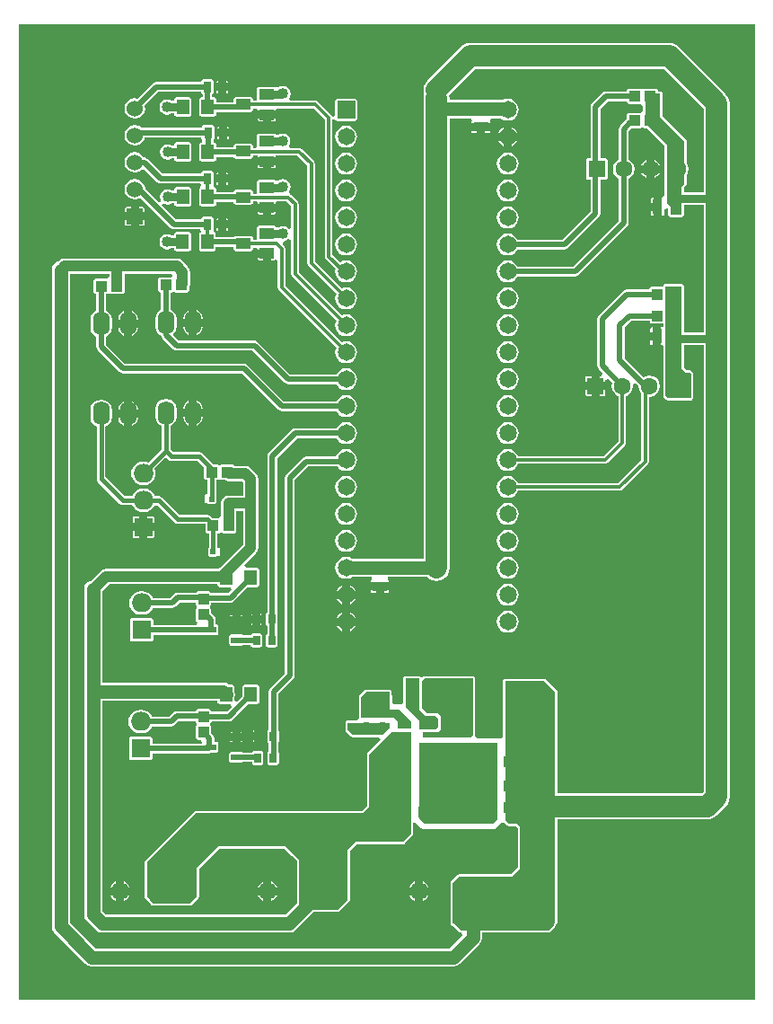
<source format=gtl>
G04 Layer_Physical_Order=1*
G04 Layer_Color=255*
%FSTAX24Y24*%
%MOIN*%
G70*
G01*
G75*
%ADD10R,0.0244X0.0236*%
%ADD11R,0.0307X0.0386*%
%ADD12R,0.0402X0.0409*%
%ADD13R,0.0409X0.0402*%
%ADD14R,0.0453X0.0551*%
%ADD15R,0.0187X0.0197*%
%ADD16R,0.0256X0.0354*%
%ADD17R,0.0236X0.0295*%
%ADD18R,0.0378X0.0547*%
%ADD19R,0.0382X0.0579*%
%ADD20R,0.0579X0.0382*%
%ADD21R,0.0402X0.1071*%
%ADD22R,0.0945X0.1339*%
%ADD23R,0.0394X0.0236*%
%ADD24R,0.0551X0.0394*%
G04:AMPARAMS|DCode=25|XSize=48.8mil|YSize=21.7mil|CornerRadius=2.7mil|HoleSize=0mil|Usage=FLASHONLY|Rotation=0.000|XOffset=0mil|YOffset=0mil|HoleType=Round|Shape=RoundedRectangle|*
%AMROUNDEDRECTD25*
21,1,0.0488,0.0162,0,0,0.0*
21,1,0.0434,0.0217,0,0,0.0*
1,1,0.0054,0.0217,-0.0081*
1,1,0.0054,-0.0217,-0.0081*
1,1,0.0054,-0.0217,0.0081*
1,1,0.0054,0.0217,0.0081*
%
%ADD25ROUNDEDRECTD25*%
%ADD26O,0.0630X0.0886*%
%ADD27C,0.0197*%
%ADD28C,0.0157*%
%ADD29C,0.0800*%
%ADD30C,0.0500*%
%ADD31C,0.0400*%
%ADD32C,0.0200*%
%ADD33C,0.0118*%
%ADD34C,0.0300*%
%ADD35C,0.0630*%
%ADD36R,0.0630X0.0630*%
%ADD37C,0.0669*%
%ADD38R,0.0650X0.0650*%
%ADD39R,0.0650X0.0650*%
%ADD40C,0.0650*%
%ADD41O,0.0750X0.0700*%
%ADD42R,0.0700X0.0700*%
%ADD43C,0.0600*%
%ADD44R,0.0600X0.0600*%
%ADD45C,0.0236*%
%ADD46C,0.1575*%
%ADD47C,0.0400*%
G36*
X052969Y014681D02*
X025631D01*
Y050869D01*
X052969D01*
Y014681D01*
D02*
G37*
%LPC*%
G36*
X0438Y032107D02*
X043695Y032093D01*
X043596Y032053D01*
X043512Y031988D01*
X043447Y031904D01*
X043407Y031805D01*
X043393Y0317D01*
X043407Y031595D01*
X043447Y031496D01*
X043512Y031412D01*
X043596Y031347D01*
X043695Y031307D01*
X0438Y031293D01*
X043905Y031307D01*
X044004Y031347D01*
X044088Y031412D01*
X044153Y031496D01*
X044193Y031595D01*
X044207Y0317D01*
X044193Y031805D01*
X044153Y031904D01*
X044088Y031988D01*
X044004Y032053D01*
X043905Y032093D01*
X0438Y032107D01*
D02*
G37*
G36*
X0378D02*
X037695Y032093D01*
X037596Y032053D01*
X037512Y031988D01*
X037447Y031904D01*
X037407Y031805D01*
X037393Y0317D01*
X037407Y031595D01*
X037447Y031496D01*
X037512Y031412D01*
X037596Y031347D01*
X037695Y031307D01*
X0378Y031293D01*
X037905Y031307D01*
X038004Y031347D01*
X038088Y031412D01*
X038153Y031496D01*
X038193Y031595D01*
X038207Y0317D01*
X038193Y031805D01*
X038153Y031904D01*
X038088Y031988D01*
X038004Y032053D01*
X037905Y032093D01*
X0378Y032107D01*
D02*
G37*
G36*
X0438Y031107D02*
X043695Y031093D01*
X043596Y031053D01*
X043512Y030988D01*
X043447Y030904D01*
X043407Y030805D01*
X043393Y0307D01*
X043407Y030595D01*
X043447Y030496D01*
X043512Y030412D01*
X043596Y030347D01*
X043695Y030307D01*
X0438Y030293D01*
X043905Y030307D01*
X044004Y030347D01*
X044088Y030412D01*
X044153Y030496D01*
X044193Y030595D01*
X044207Y0307D01*
X044193Y030805D01*
X044153Y030904D01*
X044088Y030988D01*
X044004Y031053D01*
X043905Y031093D01*
X0438Y031107D01*
D02*
G37*
G36*
X03012Y03206D02*
X029866D01*
Y03186D01*
X029882Y031822D01*
X02992Y031806D01*
X03012D01*
Y03206D01*
D02*
G37*
G36*
X0438Y033107D02*
X043695Y033093D01*
X043596Y033053D01*
X043512Y032988D01*
X043447Y032904D01*
X043407Y032805D01*
X043393Y0327D01*
X043407Y032595D01*
X043447Y032496D01*
X043512Y032412D01*
X043596Y032347D01*
X043695Y032307D01*
X0438Y032293D01*
X043905Y032307D01*
X044004Y032347D01*
X044088Y032412D01*
X044153Y032496D01*
X044193Y032595D01*
X044207Y0327D01*
X044193Y032805D01*
X044153Y032904D01*
X044088Y032988D01*
X044004Y033053D01*
X043905Y033093D01*
X0438Y033107D01*
D02*
G37*
G36*
X03012Y032614D02*
X02992D01*
X029882Y032598D01*
X029866Y03256D01*
Y03236D01*
X03012D01*
Y032614D01*
D02*
G37*
G36*
X030674Y03206D02*
X03042D01*
Y031806D01*
X03062D01*
X030658Y031822D01*
X030674Y03186D01*
Y03206D01*
D02*
G37*
G36*
X0378Y033107D02*
X037695Y033093D01*
X037596Y033053D01*
X037512Y032988D01*
X037447Y032904D01*
X037407Y032805D01*
X037393Y0327D01*
X037407Y032595D01*
X037447Y032496D01*
X037512Y032412D01*
X037596Y032347D01*
X037695Y032307D01*
X0378Y032293D01*
X037905Y032307D01*
X038004Y032347D01*
X038088Y032412D01*
X038153Y032496D01*
X038193Y032595D01*
X038207Y0327D01*
X038193Y032805D01*
X038153Y032904D01*
X038088Y032988D01*
X038004Y033053D01*
X037905Y033093D01*
X0378Y033107D01*
D02*
G37*
G36*
X03765Y02955D02*
X037449D01*
X03753Y02943D01*
X03765Y029349D01*
Y02955D01*
D02*
G37*
G36*
X038151D02*
X03795D01*
Y029349D01*
X03807Y02943D01*
X038151Y02955D01*
D02*
G37*
G36*
X034615Y029022D02*
Y02895D01*
X034647D01*
Y028977D01*
X034631Y029015D01*
X034615Y029022D01*
D02*
G37*
G36*
X0438Y030107D02*
X043695Y030093D01*
X043596Y030053D01*
X043512Y029988D01*
X043447Y029904D01*
X043407Y029805D01*
X043393Y0297D01*
X043407Y029595D01*
X043447Y029496D01*
X043512Y029412D01*
X043596Y029347D01*
X043695Y029307D01*
X0438Y029293D01*
X043905Y029307D01*
X044004Y029347D01*
X044088Y029412D01*
X044153Y029496D01*
X044193Y029595D01*
X044207Y0297D01*
X044193Y029805D01*
X044153Y029904D01*
X044088Y029988D01*
X044004Y030053D01*
X043905Y030093D01*
X0438Y030107D01*
D02*
G37*
G36*
X03765Y030051D02*
X03753Y02997D01*
X037449Y02985D01*
X03765D01*
Y030051D01*
D02*
G37*
G36*
X03795D02*
Y02985D01*
X038151D01*
X03807Y02997D01*
X03795Y030051D01*
D02*
G37*
G36*
X0389Y029873D02*
X038707D01*
Y029832D01*
X038722Y029794D01*
X038761Y029778D01*
X0389D01*
Y029873D01*
D02*
G37*
G36*
X039393D02*
X0392D01*
Y029778D01*
X039339D01*
X039378Y029794D01*
X039393Y029832D01*
Y029873D01*
D02*
G37*
G36*
X02985Y036893D02*
Y036577D01*
X030068D01*
X030044Y036697D01*
X029963Y036818D01*
X02985Y036893D01*
D02*
G37*
G36*
X031961Y036921D02*
X031848Y036845D01*
X031767Y036724D01*
X031743Y036604D01*
X031961D01*
Y036921D01*
D02*
G37*
G36*
X0438Y037107D02*
X043695Y037093D01*
X043596Y037053D01*
X043512Y036988D01*
X043447Y036904D01*
X043407Y036805D01*
X043393Y0367D01*
X043407Y036595D01*
X043447Y036496D01*
X043512Y036412D01*
X043596Y036347D01*
X043695Y036307D01*
X0438Y036293D01*
X043905Y036307D01*
X044004Y036347D01*
X044088Y036412D01*
X044153Y036496D01*
X044193Y036595D01*
X044207Y0367D01*
X044193Y036805D01*
X044153Y036904D01*
X044088Y036988D01*
X044004Y037053D01*
X043905Y037093D01*
X0438Y037107D01*
D02*
G37*
G36*
X02955Y036893D02*
X029437Y036818D01*
X029356Y036697D01*
X029332Y036577D01*
X02955D01*
Y036893D01*
D02*
G37*
G36*
X047419Y0373D02*
X0472D01*
Y037081D01*
X047365D01*
X047403Y037097D01*
X047419Y037135D01*
Y0373D01*
D02*
G37*
G36*
X0438Y038107D02*
X043695Y038093D01*
X043596Y038053D01*
X043512Y037988D01*
X043447Y037904D01*
X043407Y037805D01*
X043393Y0377D01*
X043407Y037595D01*
X043447Y037496D01*
X043512Y037412D01*
X043596Y037347D01*
X043695Y037307D01*
X0438Y037293D01*
X043905Y037307D01*
X044004Y037347D01*
X044088Y037412D01*
X044153Y037496D01*
X044193Y037595D01*
X044207Y0377D01*
X044193Y037805D01*
X044153Y037904D01*
X044088Y037988D01*
X044004Y038053D01*
X043905Y038093D01*
X0438Y038107D01*
D02*
G37*
G36*
X032261Y036921D02*
Y036604D01*
X032478D01*
X032454Y036724D01*
X032374Y036845D01*
X032261Y036921D01*
D02*
G37*
G36*
X0469Y0373D02*
X046681D01*
Y037135D01*
X046697Y037097D01*
X046735Y037081D01*
X0469D01*
Y0373D01*
D02*
G37*
G36*
X032478Y036304D02*
X032261D01*
Y035987D01*
X032374Y036063D01*
X032454Y036184D01*
X032478Y036304D01*
D02*
G37*
G36*
X0378Y035107D02*
X037695Y035093D01*
X037596Y035053D01*
X037512Y034988D01*
X037447Y034904D01*
X037418Y034832D01*
X0363D01*
X0363Y034832D01*
X03623Y034818D01*
X036171Y034779D01*
X036171Y034779D01*
X035571Y034179D01*
X035532Y03412D01*
X035518Y03405D01*
X035518Y03405D01*
Y026775D01*
X034971Y026229D01*
X034932Y02617D01*
X034918Y0261D01*
X034918Y0261D01*
Y024696D01*
X034897Y024687D01*
X034872Y024627D01*
Y024273D01*
X034897Y024213D01*
X034918Y024204D01*
Y023896D01*
X034897Y023887D01*
X034872Y023827D01*
Y023473D01*
X034897Y023413D01*
X034957Y023388D01*
X035213D01*
X035274Y023413D01*
X035299Y023473D01*
Y023827D01*
X035282Y023867D01*
Y024233D01*
X035299Y024273D01*
Y024627D01*
X035282Y024667D01*
Y026025D01*
X035829Y026571D01*
X035829Y026571D01*
X035868Y02663D01*
X035882Y0267D01*
X035882Y0267D01*
Y033975D01*
X036375Y034468D01*
X037469D01*
X037512Y034412D01*
X037596Y034347D01*
X037695Y034307D01*
X0378Y034293D01*
X037905Y034307D01*
X038004Y034347D01*
X038088Y034412D01*
X038153Y034496D01*
X038193Y034595D01*
X038207Y0347D01*
X038193Y034805D01*
X038153Y034904D01*
X038088Y034988D01*
X038004Y035053D01*
X037905Y035093D01*
X0378Y035107D01*
D02*
G37*
G36*
X0438Y036107D02*
X043695Y036093D01*
X043596Y036053D01*
X043512Y035988D01*
X043447Y035904D01*
X043407Y035805D01*
X043393Y0357D01*
X043407Y035595D01*
X043447Y035496D01*
X043512Y035412D01*
X043596Y035347D01*
X043695Y035307D01*
X0438Y035293D01*
X043905Y035307D01*
X044004Y035347D01*
X044088Y035412D01*
X044153Y035496D01*
X044193Y035595D01*
X044207Y0357D01*
X044193Y035805D01*
X044153Y035904D01*
X044088Y035988D01*
X044004Y036053D01*
X043905Y036093D01*
X0438Y036107D01*
D02*
G37*
G36*
X03062Y032614D02*
X03042D01*
Y03236D01*
X030674D01*
Y03256D01*
X030658Y032598D01*
X03062Y032614D01*
D02*
G37*
G36*
X0378Y034107D02*
X037695Y034093D01*
X037596Y034053D01*
X037512Y033988D01*
X037447Y033904D01*
X037407Y033805D01*
X037393Y0337D01*
X037407Y033595D01*
X037447Y033496D01*
X037512Y033412D01*
X037596Y033347D01*
X037695Y033307D01*
X0378Y033293D01*
X037905Y033307D01*
X038004Y033347D01*
X038088Y033412D01*
X038153Y033496D01*
X038193Y033595D01*
X038207Y0337D01*
X038193Y033805D01*
X038153Y033904D01*
X038088Y033988D01*
X038004Y034053D01*
X037905Y034093D01*
X0378Y034107D01*
D02*
G37*
G36*
X030068Y036277D02*
X02985D01*
Y03596D01*
X029963Y036036D01*
X030044Y036156D01*
X030068Y036277D01*
D02*
G37*
G36*
X031961Y036304D02*
X031743D01*
X031767Y036184D01*
X031848Y036063D01*
X031961Y035987D01*
Y036304D01*
D02*
G37*
G36*
X0378Y036107D02*
X037695Y036093D01*
X037596Y036053D01*
X037512Y035988D01*
X037447Y035904D01*
X037438Y035882D01*
X0359D01*
X0359Y035882D01*
X03583Y035868D01*
X035771Y035829D01*
X035771Y035829D01*
X034921Y034979D01*
X034882Y03492D01*
X034868Y03485D01*
X034868Y03485D01*
Y029046D01*
X034847Y029037D01*
X034822Y028977D01*
Y028623D01*
X034847Y028563D01*
X034868Y028554D01*
Y028246D01*
X034847Y028237D01*
X034822Y028177D01*
Y027823D01*
X034847Y027763D01*
X034907Y027738D01*
X035163D01*
X035224Y027763D01*
X035249Y027823D01*
Y028177D01*
X035232Y028217D01*
Y028583D01*
X035249Y028623D01*
Y028977D01*
X035232Y029017D01*
Y034775D01*
X035975Y035518D01*
X037438D01*
X037447Y035496D01*
X037512Y035412D01*
X037596Y035347D01*
X037695Y035307D01*
X0378Y035293D01*
X037905Y035307D01*
X038004Y035347D01*
X038088Y035412D01*
X038153Y035496D01*
X038193Y035595D01*
X038207Y0357D01*
X038193Y035805D01*
X038153Y035904D01*
X038088Y035988D01*
X038004Y036053D01*
X037905Y036093D01*
X0378Y036107D01*
D02*
G37*
G36*
X02955Y036277D02*
X029332D01*
X029356Y036156D01*
X029437Y036036D01*
X02955Y03596D01*
Y036277D01*
D02*
G37*
G36*
X03396Y024274D02*
X033872D01*
Y024252D01*
X033919D01*
X033958Y024268D01*
X03396Y024274D01*
D02*
G37*
G36*
X035237Y01855D02*
X035025D01*
Y018338D01*
X035025Y018338D01*
X035152Y018423D01*
X035237Y01855D01*
X035237Y01855D01*
D02*
G37*
G36*
X034697Y0243D02*
X034665D01*
Y024228D01*
X034681Y024235D01*
X034697Y024273D01*
Y0243D01*
D02*
G37*
G36*
X033572Y024274D02*
X033485D01*
X033487Y024268D01*
X033526Y024252D01*
X033572D01*
Y024274D01*
D02*
G37*
G36*
X033919Y024596D02*
X033872D01*
Y024574D01*
X03396D01*
X033958Y02458D01*
X033919Y024596D01*
D02*
G37*
G36*
X04035Y01855D02*
X040138D01*
X040138Y01855D01*
X040223Y018423D01*
X04035Y018338D01*
X04035Y018338D01*
Y01855D01*
D02*
G37*
G36*
X029762D02*
X02955D01*
Y018338D01*
X02955Y018338D01*
X029677Y018423D01*
X029762Y01855D01*
X029762Y01855D01*
D02*
G37*
G36*
X033572Y024596D02*
X033526D01*
X033487Y02458D01*
X033485Y024574D01*
X033572D01*
Y024596D01*
D02*
G37*
G36*
X034365Y0243D02*
X034332D01*
Y024273D01*
X034348Y024235D01*
X034365Y024228D01*
Y0243D01*
D02*
G37*
G36*
X02925Y019062D02*
X02925Y019062D01*
X029123Y018977D01*
X029038Y01885D01*
X029038Y01885D01*
X02925D01*
Y019062D01*
D02*
G37*
G36*
X035025D02*
Y01885D01*
X035237D01*
X035237Y01885D01*
X035152Y018977D01*
X035025Y019062D01*
X035025Y019062D01*
D02*
G37*
G36*
X034725D02*
X034725Y019062D01*
X034598Y018977D01*
X034513Y01885D01*
X034513Y01885D01*
X034725D01*
Y019062D01*
D02*
G37*
G36*
X04035D02*
X04035Y019062D01*
X040223Y018977D01*
X040138Y01885D01*
X040138Y01885D01*
X04035D01*
Y019062D01*
D02*
G37*
G36*
X040862Y01855D02*
X04065D01*
Y018338D01*
X04065Y018338D01*
X040777Y018423D01*
X040862Y01855D01*
X040862Y01855D01*
D02*
G37*
G36*
X034643Y023912D02*
X034387D01*
X034326Y023887D01*
X034314Y023857D01*
X033974D01*
X033919Y023879D01*
X033526D01*
X033465Y023854D01*
X03344Y023794D01*
Y023558D01*
X033465Y023498D01*
X033526Y023473D01*
X033919D01*
X033974Y023495D01*
X034301D01*
Y023473D01*
X034326Y023413D01*
X034387Y023388D01*
X034643D01*
X034703Y023413D01*
X034728Y023473D01*
Y023827D01*
X034703Y023887D01*
X034643Y023912D01*
D02*
G37*
G36*
X04065Y019062D02*
Y01885D01*
X040862D01*
X040862Y01885D01*
X040777Y018977D01*
X04065Y019062D01*
X04065Y019062D01*
D02*
G37*
G36*
X02955D02*
Y01885D01*
X029762D01*
X029762Y01885D01*
X029677Y018977D01*
X02955Y019062D01*
X02955Y019062D01*
D02*
G37*
G36*
X03396Y028624D02*
X033872D01*
Y028602D01*
X033919D01*
X033958Y028618D01*
X03396Y028624D01*
D02*
G37*
G36*
X03765Y029051D02*
X03753Y02897D01*
X037449Y02885D01*
X03765D01*
Y029051D01*
D02*
G37*
G36*
X034647Y02865D02*
X034615D01*
Y028578D01*
X034631Y028585D01*
X034647Y028623D01*
Y02865D01*
D02*
G37*
G36*
X033572Y028624D02*
X033485D01*
X033487Y028618D01*
X033526Y028602D01*
X033572D01*
Y028624D01*
D02*
G37*
G36*
X033919Y028946D02*
X033872D01*
Y028924D01*
X03396D01*
X033958Y02893D01*
X033919Y028946D01*
D02*
G37*
G36*
X034315Y029022D02*
X034298Y029015D01*
X034282Y028977D01*
Y02895D01*
X034315D01*
Y029022D01*
D02*
G37*
G36*
X03795Y029051D02*
Y02885D01*
X038151D01*
X03807Y02897D01*
X03795Y029051D01*
D02*
G37*
G36*
X033572Y028946D02*
X033526D01*
X033487Y02893D01*
X033485Y028924D01*
X033572D01*
Y028946D01*
D02*
G37*
G36*
X034315Y02865D02*
X034282D01*
Y028623D01*
X034298Y028585D01*
X034315Y028578D01*
Y02865D01*
D02*
G37*
G36*
X034725Y01855D02*
X034513D01*
X034513Y01855D01*
X034598Y018423D01*
X034725Y018338D01*
X034725Y018338D01*
Y01855D01*
D02*
G37*
G36*
X02925D02*
X029038D01*
X029038Y01855D01*
X029123Y018423D01*
X02925Y018338D01*
X02925Y018338D01*
Y01855D01*
D02*
G37*
G36*
X034365Y024672D02*
X034348Y024665D01*
X034332Y024627D01*
Y0246D01*
X034365D01*
Y024672D01*
D02*
G37*
G36*
X034665Y024672D02*
Y0246D01*
X034697D01*
Y024627D01*
X034681Y024665D01*
X034665Y024672D01*
D02*
G37*
G36*
X03765Y02855D02*
X037449D01*
X03753Y02843D01*
X03765Y028349D01*
Y02855D01*
D02*
G37*
G36*
X038151D02*
X03795D01*
Y028349D01*
X03807Y02843D01*
X038151Y02855D01*
D02*
G37*
G36*
X034593Y028262D02*
X034337D01*
X034276Y028237D01*
X034264Y028208D01*
X03397D01*
X033919Y028229D01*
X033526D01*
X033465Y028204D01*
X03344Y028144D01*
Y027908D01*
X033465Y027848D01*
X033526Y027823D01*
X033919D01*
X03397Y027844D01*
X034251D01*
Y027823D01*
X034276Y027763D01*
X034337Y027738D01*
X034593D01*
X034653Y027763D01*
X034678Y027823D01*
Y028177D01*
X034653Y028237D01*
X034593Y028262D01*
D02*
G37*
G36*
X0438Y029107D02*
X043695Y029093D01*
X043596Y029053D01*
X043512Y028988D01*
X043447Y028904D01*
X043407Y028805D01*
X043393Y0287D01*
X043407Y028595D01*
X043447Y028496D01*
X043512Y028412D01*
X043596Y028347D01*
X043695Y028307D01*
X0438Y028293D01*
X043905Y028307D01*
X044004Y028347D01*
X044088Y028412D01*
X044153Y028496D01*
X044193Y028595D01*
X044207Y0287D01*
X044193Y028805D01*
X044153Y028904D01*
X044088Y028988D01*
X044004Y029053D01*
X043905Y029093D01*
X0438Y029107D01*
D02*
G37*
G36*
X0469Y037819D02*
X046735D01*
X046697Y037803D01*
X046681Y037765D01*
Y0376D01*
X0469D01*
Y037819D01*
D02*
G37*
G36*
X03518Y045639D02*
X035001D01*
Y045538D01*
X035126D01*
X035165Y045554D01*
X03518Y045592D01*
Y045639D01*
D02*
G37*
G36*
X04895Y045839D02*
X048837Y045763D01*
X048761Y04565D01*
X04895D01*
Y045839D01*
D02*
G37*
G36*
X033354Y045397D02*
X03335D01*
Y0453D01*
X033408D01*
Y045343D01*
X033392Y045381D01*
X033354Y045397D01*
D02*
G37*
G36*
X034701Y045639D02*
X034521D01*
Y045592D01*
X034537Y045554D01*
X034575Y045538D01*
X034701D01*
Y045639D01*
D02*
G37*
G36*
X04365Y04655D02*
X043449D01*
X04353Y04643D01*
X04365Y046349D01*
Y04655D01*
D02*
G37*
G36*
X044151D02*
X04395D01*
Y046349D01*
X04407Y04643D01*
X044151Y04655D01*
D02*
G37*
G36*
X04925Y045839D02*
Y04565D01*
X049439D01*
X049363Y045763D01*
X04925Y045839D01*
D02*
G37*
G36*
X0378Y047107D02*
X037695Y047093D01*
X037596Y047053D01*
X037512Y046988D01*
X037447Y046904D01*
X037407Y046805D01*
X037393Y0467D01*
X037407Y046595D01*
X037447Y046496D01*
X037512Y046412D01*
X037596Y046347D01*
X037695Y046307D01*
X0378Y046293D01*
X037905Y046307D01*
X038004Y046347D01*
X038088Y046412D01*
X038153Y046496D01*
X038193Y046595D01*
X038207Y0467D01*
X038193Y046805D01*
X038153Y046904D01*
X038088Y046988D01*
X038004Y047053D01*
X037905Y047093D01*
X0378Y047107D01*
D02*
G37*
G36*
X03305Y045397D02*
X033046D01*
X033008Y045381D01*
X032992Y045343D01*
Y0453D01*
X03305D01*
Y045397D01*
D02*
G37*
G36*
Y045D02*
X032992D01*
Y044957D01*
X033008Y044919D01*
X033046Y044903D01*
X03305D01*
Y045D01*
D02*
G37*
G36*
X033408D02*
X03335D01*
Y044903D01*
X033354D01*
X033392Y044919D01*
X033408Y044957D01*
Y045D01*
D02*
G37*
G36*
X0438Y045107D02*
X043695Y045093D01*
X043596Y045053D01*
X043512Y044988D01*
X043447Y044904D01*
X043407Y044805D01*
X043393Y0447D01*
X043407Y044595D01*
X043447Y044496D01*
X043512Y044412D01*
X043596Y044347D01*
X043695Y044307D01*
X0438Y044293D01*
X043905Y044307D01*
X044004Y044347D01*
X044088Y044412D01*
X044153Y044496D01*
X044193Y044595D01*
X044207Y0447D01*
X044193Y044805D01*
X044153Y044904D01*
X044088Y044988D01*
X044004Y045053D01*
X043905Y045093D01*
X0438Y045107D01*
D02*
G37*
G36*
X0498Y050183D02*
X0424D01*
X042275Y050166D01*
X042159Y050118D01*
X042059Y050041D01*
X040809Y048791D01*
X040732Y048691D01*
X040684Y048575D01*
X040667Y04845D01*
X040684Y048325D01*
X040694Y0483D01*
X040684Y048275D01*
X040667Y04815D01*
Y047727D01*
X040672Y047688D01*
X040667Y04765D01*
Y031035D01*
X038026D01*
X038004Y031053D01*
X037905Y031093D01*
X0378Y031107D01*
X037695Y031093D01*
X037596Y031053D01*
X037512Y030988D01*
X037447Y030904D01*
X037407Y030805D01*
X037393Y0307D01*
X037407Y030595D01*
X037447Y030496D01*
X037512Y030412D01*
X037596Y030347D01*
X037695Y030307D01*
X0378Y030293D01*
X037905Y030307D01*
X038004Y030347D01*
X038026Y030365D01*
X038752D01*
X038761Y030268D01*
X038722Y030252D01*
X038707Y030214D01*
Y030173D01*
X03905D01*
X039393D01*
Y030214D01*
X039378Y030252D01*
X039339Y030268D01*
X039348Y030365D01*
X040804D01*
X040809Y030359D01*
X040909Y030282D01*
X041025Y030234D01*
X04115Y030217D01*
X041275Y030234D01*
X041391Y030282D01*
X041491Y030359D01*
X041568Y030459D01*
X041616Y030575D01*
X041633Y0307D01*
Y047392D01*
X042431D01*
X042468Y047292D01*
X042457Y047264D01*
Y047223D01*
X0428D01*
X043143D01*
Y047264D01*
X043132Y047292D01*
X043169Y047392D01*
X043539D01*
X043596Y047347D01*
X043695Y047307D01*
X0438Y047293D01*
X043905Y047307D01*
X044004Y047347D01*
X044088Y047412D01*
X044153Y047496D01*
X044193Y047595D01*
X044207Y0477D01*
X044193Y047805D01*
X044153Y047904D01*
X044088Y047988D01*
X044004Y048053D01*
X043905Y048093D01*
X0438Y048107D01*
X043695Y048093D01*
X043619Y048062D01*
X041633D01*
Y04815D01*
X041621Y048238D01*
X0426Y049217D01*
X0496D01*
X051067Y04775D01*
Y044633D01*
X050335D01*
Y044815D01*
X05036Y04484D01*
X05036Y04484D01*
X05041Y04489D01*
X050435Y04495D01*
Y045293D01*
X050471Y045346D01*
X050501Y0455D01*
X050471Y045654D01*
X050435Y045707D01*
X050435Y04655D01*
X05041Y04661D01*
X049535Y047485D01*
X049535Y0483D01*
X04951Y04836D01*
X04945Y048385D01*
X049379D01*
Y048401D01*
X049354Y048461D01*
X049294Y048486D01*
X048885D01*
X048824Y048461D01*
X048776Y048461D01*
X048715Y048486D01*
X048306D01*
X048246Y048461D01*
X048221Y048401D01*
Y048382D01*
X04745D01*
X04738Y048368D01*
X047321Y048329D01*
X047321Y048329D01*
X046921Y047929D01*
X046882Y04787D01*
X046868Y0478D01*
X046868Y0478D01*
Y0459D01*
X046785D01*
X046725Y045875D01*
X0467Y045815D01*
Y045185D01*
X046725Y045125D01*
X046785Y0451D01*
X046868D01*
Y043925D01*
X045825Y042882D01*
X044162D01*
X044153Y042904D01*
X044088Y042988D01*
X044004Y043053D01*
X043905Y043093D01*
X0438Y043107D01*
X043695Y043093D01*
X043596Y043053D01*
X043512Y042988D01*
X043447Y042904D01*
X043407Y042805D01*
X043393Y0427D01*
X043407Y042595D01*
X043447Y042496D01*
X043512Y042412D01*
X043596Y042347D01*
X043695Y042307D01*
X0438Y042293D01*
X043905Y042307D01*
X044004Y042347D01*
X044088Y042412D01*
X044153Y042496D01*
X044162Y042518D01*
X0459D01*
X0459Y042518D01*
X04597Y042532D01*
X046029Y042571D01*
X047179Y043721D01*
X047179Y043721D01*
X047218Y04378D01*
X047232Y04385D01*
X047232Y04385D01*
Y0451D01*
X047415D01*
X047475Y045125D01*
X0475Y045185D01*
Y045815D01*
X047475Y045875D01*
X047415Y0459D01*
X047232D01*
Y047725D01*
X047525Y048018D01*
X048221D01*
Y047999D01*
X048246Y047939D01*
X048306Y047914D01*
X048715D01*
X048813Y047846D01*
X048813Y047654D01*
X048716Y047586D01*
X048713Y047586D01*
X048306D01*
X048246Y047561D01*
X048221Y047501D01*
Y047366D01*
X047972Y047117D01*
X047933Y047059D01*
X047919Y046989D01*
Y045853D01*
X047816Y045784D01*
X047729Y045654D01*
X047699Y0455D01*
X047729Y045346D01*
X047816Y045216D01*
X047919Y045147D01*
Y043575D01*
X046225Y041881D01*
X044162D01*
X044153Y041904D01*
X044088Y041988D01*
X044004Y042053D01*
X043905Y042093D01*
X0438Y042107D01*
X043695Y042093D01*
X043596Y042053D01*
X043512Y041988D01*
X043447Y041904D01*
X043407Y041805D01*
X043393Y0417D01*
X043407Y041595D01*
X043447Y041496D01*
X043512Y041412D01*
X043596Y041347D01*
X043695Y041307D01*
X0438Y041293D01*
X043905Y041307D01*
X044004Y041347D01*
X044088Y041412D01*
X044153Y041496D01*
X044162Y041519D01*
X0463D01*
X046369Y041533D01*
X046428Y041572D01*
X048228Y043372D01*
X048267Y043431D01*
X048281Y0435D01*
Y045147D01*
X048384Y045216D01*
X048471Y045346D01*
X048501Y0455D01*
X048471Y045654D01*
X048384Y045784D01*
X048281Y045853D01*
Y046915D01*
X04838Y047014D01*
X048715D01*
X048776Y047039D01*
X048824Y047039D01*
X048885Y047014D01*
X048965D01*
X049615Y046365D01*
Y044532D01*
X049553Y044449D01*
X049515Y044449D01*
X049512D01*
Y044105D01*
Y043762D01*
X049553D01*
X049591Y043778D01*
X049607Y043816D01*
Y043997D01*
X049707Y04405D01*
X04974Y044027D01*
Y043816D01*
X049765Y043756D01*
X049787Y043747D01*
X04979Y04374D01*
X04985Y043715D01*
X05025D01*
X05031Y04374D01*
X050335Y0438D01*
Y044167D01*
X051067D01*
Y039433D01*
X050335D01*
X050335Y04115D01*
X05031Y04121D01*
X05025Y041235D01*
X04965D01*
X04959Y04121D01*
X049565Y04115D01*
Y041143D01*
X049555Y041136D01*
X049145D01*
X049085Y041111D01*
X04906Y041051D01*
Y041032D01*
X0482D01*
X04813Y041018D01*
X048071Y040979D01*
X048071Y040979D01*
X047171Y040079D01*
X047132Y04002D01*
X047118Y03995D01*
X047118Y03995D01*
Y0382D01*
X047118Y0382D01*
X047132Y03813D01*
X047171Y038071D01*
X047323Y037919D01*
X047282Y037819D01*
X0472D01*
Y0376D01*
X047419D01*
Y037682D01*
X047519Y037723D01*
X047672Y03757D01*
X047649Y03745D01*
X047679Y037296D01*
X047766Y037166D01*
X047896Y037079D01*
X047909Y037077D01*
Y035408D01*
X047342Y034841D01*
X044179D01*
X044153Y034904D01*
X044088Y034988D01*
X044004Y035053D01*
X043905Y035093D01*
X0438Y035107D01*
X043695Y035093D01*
X043596Y035053D01*
X043512Y034988D01*
X043447Y034904D01*
X043407Y034805D01*
X043393Y0347D01*
X043407Y034595D01*
X043447Y034496D01*
X043512Y034412D01*
X043596Y034347D01*
X043695Y034307D01*
X0438Y034293D01*
X043905Y034307D01*
X044004Y034347D01*
X044088Y034412D01*
X044153Y034496D01*
X044179Y03456D01*
X0474D01*
X047454Y03457D01*
X047499Y034601D01*
X048149Y035251D01*
X04818Y035296D01*
X04819Y03535D01*
Y037077D01*
X048204Y037079D01*
X048334Y037166D01*
X048421Y037296D01*
X048451Y03745D01*
X048439Y037512D01*
X048531Y037561D01*
X04865Y037442D01*
X048679Y037296D01*
X048759Y037176D01*
Y034708D01*
X047892Y03384D01*
X044179D01*
X044153Y033904D01*
X044088Y033988D01*
X044004Y034053D01*
X043905Y034093D01*
X0438Y034107D01*
X043695Y034093D01*
X043596Y034053D01*
X043512Y033988D01*
X043447Y033904D01*
X043407Y033805D01*
X043393Y0337D01*
X043407Y033595D01*
X043447Y033496D01*
X043512Y033412D01*
X043596Y033347D01*
X043695Y033307D01*
X0438Y033293D01*
X043905Y033307D01*
X044004Y033347D01*
X044088Y033412D01*
X044153Y033496D01*
X044179Y03356D01*
X04795D01*
X048004Y03357D01*
X048049Y033601D01*
X048999Y034551D01*
X04903Y034596D01*
X04904Y03465D01*
Y037041D01*
X04905Y037049D01*
X049204Y037079D01*
X049334Y037166D01*
X049421Y037296D01*
X049451Y03745D01*
X049421Y037604D01*
X049334Y037734D01*
X049204Y037821D01*
X04905Y037851D01*
X048896Y037821D01*
X048831Y037777D01*
X048132Y038475D01*
Y039625D01*
X048375Y039868D01*
X049071D01*
Y039849D01*
X049096Y039789D01*
X049156Y039764D01*
X049565D01*
Y039652D01*
X049528Y039628D01*
X049489D01*
Y0393D01*
Y038972D01*
X049528D01*
X049565Y038948D01*
Y03835D01*
Y0371D01*
X04959Y03704D01*
X04969Y03694D01*
X04975Y036915D01*
X0506Y036915D01*
X05066Y03694D01*
X050685Y037D01*
X050685Y0379D01*
X05066Y03796D01*
X05061Y03801D01*
X05055Y038035D01*
X050435Y038035D01*
X050335Y038135D01*
X050335Y0383D01*
Y038967D01*
X051067D01*
Y0224D01*
X051Y022333D01*
X045635D01*
X045635Y0261D01*
X04561Y02616D01*
X04521Y02656D01*
X04515Y026585D01*
X0437D01*
X04364Y02656D01*
X043615Y0265D01*
Y024397D01*
X043515Y024356D01*
X04351Y02436D01*
X04345Y024385D01*
X042636D01*
X042579Y024485D01*
X042585Y0245D01*
X042585Y0266D01*
X04256Y02666D01*
X0425Y026685D01*
X0407D01*
X040664Y02667D01*
X04059Y026654D01*
X04056Y02666D01*
X0405Y026685D01*
X04D01*
X03994Y02666D01*
X039915Y0266D01*
Y025986D01*
X0399Y02598D01*
Y0257D01*
X03985Y02565D01*
X03955D01*
X0395Y0257D01*
X039502Y025702D01*
Y025976D01*
X039485Y025983D01*
Y0261D01*
X03946Y02616D01*
X0394Y026185D01*
X03855D01*
X03849Y02616D01*
X03829Y02596D01*
X038265Y0259D01*
X038265Y02515D01*
X038271Y025135D01*
X038214Y025035D01*
X03785D01*
X03779Y02501D01*
X037765Y02495D01*
X037765Y0247D01*
X037773Y024679D01*
X03779Y02464D01*
X03799Y02444D01*
X03805Y024415D01*
X039028Y024415D01*
X039069Y024315D01*
X03859Y023835D01*
X038565Y023775D01*
Y021885D01*
X038365Y021685D01*
X032225Y021685D01*
X032165Y02166D01*
X03034Y019835D01*
X030315Y019775D01*
Y0185D01*
X030326Y018474D01*
X030333Y018447D01*
X030533Y018197D01*
X030538Y018194D01*
X03054Y01819D01*
X030566Y018179D01*
X030591Y018165D01*
X030595Y018167D01*
X0306Y018165D01*
X032D01*
X03206Y01819D01*
X03231Y01844D01*
X032335Y0185D01*
Y01954D01*
X033085Y02029D01*
X035515D01*
X03579Y020015D01*
X03579Y020015D01*
X035965Y01984D01*
Y018264D01*
X035536Y017835D01*
X028889D01*
X028735Y017989D01*
Y025785D01*
X033026D01*
Y025724D01*
X033051Y025664D01*
X033111Y025639D01*
X033505D01*
X033546Y025539D01*
X033377Y02537D01*
X032786D01*
Y025394D01*
X032761Y025454D01*
X032701Y025479D01*
X032299D01*
X032239Y025454D01*
X032214Y025394D01*
Y025381D01*
X0315D01*
X031431Y025367D01*
X031372Y025328D01*
X031225Y025181D01*
X030584D01*
X03057Y025216D01*
X030501Y025306D01*
X030411Y025375D01*
X030307Y025418D01*
X030195Y025432D01*
X030145D01*
X030033Y025418D01*
X029929Y025375D01*
X029839Y025306D01*
X029771Y025216D01*
X029727Y025112D01*
X029713Y025D01*
X029727Y024888D01*
X029771Y024784D01*
X029839Y024694D01*
X029929Y024625D01*
X030033Y024582D01*
X030145Y024568D01*
X030195D01*
X030307Y024582D01*
X030411Y024625D01*
X030501Y024694D01*
X03057Y024784D01*
X030584Y024819D01*
X0313D01*
X031369Y024833D01*
X031428Y024872D01*
X031575Y025019D01*
X032214D01*
Y024985D01*
X032239Y024924D01*
X032239Y024876D01*
X032214Y024815D01*
Y024406D01*
X032239Y024346D01*
X032299Y024321D01*
X032403D01*
X032456Y024221D01*
X032429Y024181D01*
X030605D01*
Y02435D01*
X03058Y02441D01*
X03052Y024435D01*
X02982D01*
X02976Y02441D01*
X029735Y02435D01*
Y02365D01*
X02976Y02359D01*
X02982Y023565D01*
X03052D01*
X03058Y02359D01*
X030605Y02365D01*
Y023819D01*
X032728D01*
X032797Y023833D01*
X032817Y023847D01*
X032974D01*
X033035Y023872D01*
X03306Y023932D01*
Y024168D01*
X033035Y024228D01*
X032974Y024253D01*
X032908D01*
Y024383D01*
X032894Y024452D01*
X032855Y024511D01*
X032786Y02458D01*
Y024815D01*
X032761Y024876D01*
X032761Y024919D01*
X032799Y025009D01*
X033452D01*
X033521Y025022D01*
X03358Y025062D01*
X034157Y025639D01*
X034489D01*
X034549Y025664D01*
X034574Y025724D01*
Y026276D01*
X034549Y026336D01*
X034489Y026361D01*
X034036D01*
X033976Y026336D01*
X033951Y026276D01*
Y025944D01*
X033749Y025742D01*
X033649Y025783D01*
Y025881D01*
X033673Y026D01*
X033649Y026119D01*
Y026276D01*
X033624Y026336D01*
X033564Y026361D01*
X033449D01*
X033346Y02643D01*
X033217Y026455D01*
X028735D01*
Y029833D01*
X029005Y030103D01*
X033026D01*
Y030074D01*
X033051Y030014D01*
X033111Y029989D01*
X033505D01*
X033546Y029889D01*
X033427Y02977D01*
X032775D01*
X032761Y029804D01*
X032701Y029829D01*
X032299D01*
X032239Y029804D01*
X032229Y029781D01*
X03155D01*
X031481Y029767D01*
X031422Y029728D01*
X031275Y029581D01*
X030615D01*
X0306Y029617D01*
X030531Y029707D01*
X030441Y029775D01*
X030337Y029818D01*
X030225Y029833D01*
X030175D01*
X030063Y029818D01*
X029959Y029775D01*
X029869Y029707D01*
X029801Y029617D01*
X029757Y029513D01*
X029743Y029401D01*
X029757Y029289D01*
X029801Y029185D01*
X029869Y029095D01*
X029959Y029026D01*
X030063Y028983D01*
X030175Y028968D01*
X030225D01*
X030337Y028983D01*
X030441Y029026D01*
X030531Y029095D01*
X0306Y029185D01*
X030614Y029219D01*
X03135D01*
X031419Y029233D01*
X031478Y029272D01*
X031625Y029419D01*
X032214D01*
Y029335D01*
X032239Y029274D01*
X032239Y029226D01*
X032214Y029165D01*
Y028756D01*
X032239Y028696D01*
X032275Y028681D01*
X032255Y028581D01*
X030635D01*
Y028751D01*
X03061Y028811D01*
X03055Y028836D01*
X02985D01*
X02979Y028811D01*
X029765Y028751D01*
Y028051D01*
X02979Y027991D01*
X02985Y027966D01*
X03055D01*
X03061Y027991D01*
X030635Y028051D01*
Y028219D01*
X032526D01*
X032581Y028197D01*
X032974D01*
X033035Y028222D01*
X03306Y028282D01*
Y028518D01*
X033035Y028578D01*
X032974Y028603D01*
X032958D01*
Y028783D01*
X032944Y028852D01*
X032905Y028911D01*
X032786Y02903D01*
Y029165D01*
X032761Y029226D01*
X032761Y029274D01*
X032786Y029335D01*
Y029409D01*
X033502D01*
X033571Y029422D01*
X03363Y029462D01*
X034157Y029989D01*
X034489D01*
X034549Y030014D01*
X034574Y030074D01*
Y030626D01*
X034549Y030686D01*
X034489Y030711D01*
X034064D01*
X034017Y030794D01*
X034015Y030803D01*
X034451Y031239D01*
X034513Y031331D01*
X034534Y03144D01*
Y0331D01*
Y034D01*
X034513Y034109D01*
X034451Y034201D01*
X034251Y034401D01*
X034159Y034463D01*
X03405Y034484D01*
X033665D01*
X033654Y034511D01*
X033594Y034536D01*
X033185D01*
X033124Y034511D01*
X033076Y034511D01*
X033015Y034536D01*
X032888D01*
X03247Y034954D01*
X032418Y034988D01*
X032357Y035001D01*
X032357Y035001D01*
X031388D01*
X031271Y035117D01*
Y03596D01*
X031394Y036042D01*
X031481Y036172D01*
X031512Y036326D01*
Y036582D01*
X031481Y036736D01*
X031394Y036866D01*
X031264Y036953D01*
X031111Y036983D01*
X030957Y036953D01*
X030827Y036866D01*
X03074Y036736D01*
X030709Y036582D01*
Y036326D01*
X03074Y036172D01*
X030827Y036042D01*
X03095Y03596D01*
Y035117D01*
X030445Y034612D01*
X030407Y034628D01*
X030295Y034642D01*
X030245D01*
X030133Y034628D01*
X030029Y034585D01*
X029939Y034516D01*
X029871Y034426D01*
X029827Y034322D01*
X029813Y03421D01*
X029827Y034098D01*
X029871Y033994D01*
X029939Y033904D01*
X030029Y033835D01*
X030133Y033792D01*
X030245Y033778D01*
X030295D01*
X030407Y033792D01*
X030511Y033835D01*
X030601Y033904D01*
X03067Y033994D01*
X030713Y034098D01*
X030727Y03421D01*
X030713Y034322D01*
X030682Y034395D01*
X031111Y034824D01*
X031208Y034726D01*
X031208Y034726D01*
X03126Y034692D01*
X031321Y034679D01*
X031321Y034679D01*
X03229D01*
X032521Y034449D01*
Y034049D01*
X032546Y033989D01*
X032606Y033964D01*
X03265D01*
Y033481D01*
X032609Y033437D01*
X032547Y033398D01*
Y03325D01*
Y033114D01*
X032637D01*
X032646Y033091D01*
X032706Y033066D01*
X032894D01*
X032954Y033091D01*
X032979Y033152D01*
Y033348D01*
X032971Y033367D01*
Y033964D01*
X033015D01*
X033076Y033989D01*
X033124Y033989D01*
X033185Y033964D01*
X033291D01*
X033331Y033937D01*
X033439Y033916D01*
X033932D01*
X033966Y033882D01*
Y033384D01*
X033439D01*
X033331Y033363D01*
X033238Y033301D01*
X033177Y033209D01*
X033155Y0331D01*
Y032629D01*
X033065Y032558D01*
X032819D01*
X032764Y032614D01*
X032711Y032648D01*
X03265Y032661D01*
X03265Y032661D01*
X031617D01*
X030954Y033324D01*
X030901Y033358D01*
X03084Y033371D01*
X03084Y033371D01*
X030693D01*
X03067Y033426D01*
X030601Y033516D01*
X030511Y033584D01*
X030407Y033628D01*
X030295Y033642D01*
X030245D01*
X030133Y033628D01*
X030029Y033584D01*
X029939Y033516D01*
X029871Y033426D01*
X029843Y033361D01*
X029567D01*
X028861Y034067D01*
Y035933D01*
X028984Y036015D01*
X029071Y036145D01*
X029101Y036299D01*
Y036555D01*
X029071Y036708D01*
X028984Y036839D01*
X028854Y036926D01*
X0287Y036956D01*
X028546Y036926D01*
X028416Y036839D01*
X028329Y036708D01*
X028299Y036555D01*
Y036299D01*
X028329Y036145D01*
X028416Y036015D01*
X028539Y035933D01*
Y034D01*
X028539Y034D01*
X028552Y033939D01*
X028586Y033886D01*
X029386Y033086D01*
X029386Y033086D01*
X029439Y033052D01*
X0295Y033039D01*
X0295Y033039D01*
X029852D01*
X029871Y032994D01*
X029939Y032904D01*
X030029Y032836D01*
X030133Y032792D01*
X030245Y032778D01*
X030295D01*
X030407Y032792D01*
X030511Y032836D01*
X030601Y032904D01*
X03067Y032994D01*
X030683Y033026D01*
X030785Y033038D01*
X031436Y032386D01*
X031436Y032386D01*
X031489Y032352D01*
X03155Y032339D01*
X03155Y032339D01*
X032571D01*
Y032071D01*
X032596Y032011D01*
X032656Y031986D01*
X0327D01*
Y031455D01*
X032695Y031453D01*
X03267Y031392D01*
Y031195D01*
X032695Y031135D01*
X032755Y03111D01*
X032942D01*
X033002Y031135D01*
X033012Y031158D01*
X033102D01*
Y031294D01*
Y031435D01*
X033021Y031454D01*
Y031986D01*
X033065D01*
X033126Y032011D01*
X033174Y032011D01*
X033235Y031986D01*
X033644D01*
X033704Y032011D01*
X033729Y032071D01*
Y032473D01*
X033724Y032487D01*
Y032816D01*
X033966D01*
Y031558D01*
X033119Y030711D01*
X033111D01*
X033051Y030686D01*
X033045Y030672D01*
X028887D01*
X028779Y03065D01*
X028686Y030588D01*
X028317Y030219D01*
X028272Y03021D01*
X028163Y030137D01*
X02809Y030028D01*
X028065Y0299D01*
Y02612D01*
Y01785D01*
X02809Y017722D01*
X028163Y017613D01*
X028513Y017263D01*
X028622Y01719D01*
X02875Y017165D01*
X035675D01*
X035803Y01719D01*
X035912Y017263D01*
X036589Y01794D01*
X0375D01*
X03756Y017965D01*
X03791Y018315D01*
X037935Y018375D01*
Y020167D01*
X038188Y020443D01*
X039924D01*
X039928Y020444D01*
X039931Y020443D01*
X039957Y020457D01*
X039985Y020468D01*
X039986Y020471D01*
X039989Y020473D01*
X040265Y020795D01*
X040274Y020823D01*
X040285Y02085D01*
Y021231D01*
X040385Y021251D01*
X04039Y02124D01*
X04059Y02104D01*
X04065Y021015D01*
X0433D01*
X04336Y02104D01*
X04356Y021239D01*
X043561Y02124D01*
X043689D01*
X04369Y021239D01*
X04379Y02114D01*
X04385Y021115D01*
X044086D01*
X044165Y021036D01*
X044165Y019585D01*
X043915Y019335D01*
X042D01*
X04194Y01931D01*
X04169Y01906D01*
X041665Y019D01*
Y0175D01*
X04169Y01744D01*
X04175Y017415D01*
X041765D01*
X04199Y01719D01*
X04205Y017165D01*
X042086D01*
X042127Y017065D01*
X041647Y016585D01*
X028489D01*
X027535Y017539D01*
Y041616D01*
X029005D01*
Y041507D01*
X028915Y041436D01*
X028506D01*
X028446Y041411D01*
X028421Y041351D01*
Y040949D01*
X028446Y040889D01*
X028506Y040864D01*
X02853D01*
Y040261D01*
X028416Y040185D01*
X028329Y040055D01*
X028299Y039901D01*
Y039645D01*
X028329Y039492D01*
X028416Y039361D01*
X028519Y039292D01*
Y0389D01*
X028533Y038831D01*
X028572Y038772D01*
X029372Y037972D01*
X029431Y037933D01*
X0295Y037919D01*
X033925D01*
X035272Y036572D01*
X035331Y036533D01*
X0354Y036519D01*
X037438D01*
X037447Y036496D01*
X037512Y036412D01*
X037596Y036347D01*
X037695Y036307D01*
X0378Y036293D01*
X037905Y036307D01*
X038004Y036347D01*
X038088Y036412D01*
X038153Y036496D01*
X038193Y036595D01*
X038207Y0367D01*
X038193Y036805D01*
X038153Y036904D01*
X038088Y036988D01*
X038004Y037053D01*
X037905Y037093D01*
X0378Y037107D01*
X037695Y037093D01*
X037596Y037053D01*
X037512Y036988D01*
X037447Y036904D01*
X037438Y036881D01*
X035475D01*
X034128Y038228D01*
X034069Y038267D01*
X034Y038281D01*
X029575D01*
X028881Y038975D01*
Y039292D01*
X028984Y039361D01*
X029071Y039492D01*
X029101Y039645D01*
Y039901D01*
X029071Y040055D01*
X028984Y040185D01*
X028891Y040247D01*
Y040864D01*
X028915D01*
X028976Y040889D01*
X029024Y040889D01*
X029085Y040864D01*
X029494D01*
X029554Y040889D01*
X029579Y040949D01*
Y041351D01*
X029574Y041365D01*
Y041616D01*
X031305D01*
X031361Y041549D01*
X031315Y041486D01*
X030906D01*
X030846Y041461D01*
X030821Y041401D01*
Y040999D01*
X030846Y040939D01*
X030906Y040914D01*
X03093D01*
Y040281D01*
X030827Y040212D01*
X03074Y040082D01*
X030709Y039928D01*
Y039673D01*
X03074Y039519D01*
X030827Y039389D01*
X030934Y039317D01*
X030943Y039271D01*
X030982Y039212D01*
X031372Y038822D01*
X031431Y038783D01*
X0315Y038769D01*
X034325D01*
X035522Y037572D01*
X035581Y037533D01*
X03565Y037519D01*
X037438D01*
X037447Y037496D01*
X037512Y037412D01*
X037596Y037347D01*
X037695Y037307D01*
X0378Y037293D01*
X037905Y037307D01*
X038004Y037347D01*
X038088Y037412D01*
X038153Y037496D01*
X038193Y037595D01*
X038207Y0377D01*
X038193Y037805D01*
X038153Y037904D01*
X038088Y037988D01*
X038004Y038053D01*
X037905Y038093D01*
X0378Y038107D01*
X037695Y038093D01*
X037596Y038053D01*
X037512Y037988D01*
X037447Y037904D01*
X037438Y037881D01*
X035725D01*
X034528Y039078D01*
X034469Y039117D01*
X0344Y039131D01*
X031575D01*
X031388Y039318D01*
X031394Y039389D01*
X031481Y039519D01*
X031512Y039673D01*
Y039928D01*
X031481Y040082D01*
X031394Y040212D01*
X031291Y040281D01*
Y040914D01*
X031315D01*
X031376Y040939D01*
X031424Y040939D01*
X031485Y040914D01*
X031894D01*
X031954Y040939D01*
X031979Y040999D01*
Y041121D01*
X032Y041227D01*
Y041684D01*
X031979Y041792D01*
X031917Y041885D01*
X031701Y042101D01*
X031609Y042163D01*
X0315Y042184D01*
X02735D01*
X027241Y042163D01*
X027149Y042101D01*
X027117Y042069D01*
X027072Y04206D01*
X026963Y041987D01*
X02689Y041878D01*
X026865Y04175D01*
Y0174D01*
X02689Y017272D01*
X026963Y017163D01*
X028113Y016013D01*
X028222Y01594D01*
X02835Y015915D01*
X041786D01*
X041915Y01594D01*
X042023Y016013D01*
X042737Y016727D01*
X04281Y016835D01*
X042835Y016964D01*
Y017165D01*
X0453D01*
X04536Y01719D01*
X04556Y01739D01*
X045585Y01745D01*
Y017465D01*
X04561Y01749D01*
X045635Y01755D01*
Y021367D01*
X0512D01*
X051325Y021384D01*
X051441Y021432D01*
X051541Y021509D01*
X051891Y021859D01*
X051968Y021959D01*
X052016Y022075D01*
X052033Y0222D01*
Y0392D01*
Y0444D01*
Y04795D01*
X052016Y048075D01*
X051968Y048191D01*
X051891Y048291D01*
X050141Y050041D01*
X050041Y050118D01*
X049925Y050166D01*
X0498Y050183D01*
D02*
G37*
G36*
X0378Y046107D02*
X037695Y046093D01*
X037596Y046053D01*
X037512Y045988D01*
X037447Y045904D01*
X037407Y045805D01*
X037393Y0457D01*
X037407Y045595D01*
X037447Y045496D01*
X037512Y045412D01*
X037596Y045347D01*
X037695Y045307D01*
X0378Y045293D01*
X037905Y045307D01*
X038004Y045347D01*
X038088Y045412D01*
X038153Y045496D01*
X038193Y045595D01*
X038207Y0457D01*
X038193Y045805D01*
X038153Y045904D01*
X038088Y045988D01*
X038004Y046053D01*
X037905Y046093D01*
X0378Y046107D01*
D02*
G37*
G36*
X0438D02*
X043695Y046093D01*
X043596Y046053D01*
X043512Y045988D01*
X043447Y045904D01*
X043407Y045805D01*
X043393Y0457D01*
X043407Y045595D01*
X043447Y045496D01*
X043512Y045412D01*
X043596Y045347D01*
X043695Y045307D01*
X0438Y045293D01*
X043905Y045307D01*
X044004Y045347D01*
X044088Y045412D01*
X044153Y045496D01*
X044193Y045595D01*
X044207Y0457D01*
X044193Y045805D01*
X044153Y045904D01*
X044088Y045988D01*
X044004Y046053D01*
X043905Y046093D01*
X0438Y046107D01*
D02*
G37*
G36*
X04895Y04535D02*
X048761D01*
X048837Y045237D01*
X04895Y045161D01*
Y04535D01*
D02*
G37*
G36*
X049439D02*
X04925D01*
Y045161D01*
X049363Y045237D01*
X049439Y04535D01*
D02*
G37*
G36*
X032802Y048828D02*
X032495D01*
X032435Y048803D01*
X03241Y048743D01*
Y048731D01*
X03075D01*
X030681Y048717D01*
X030622Y048678D01*
X030059Y048114D01*
X02995Y048136D01*
X029802Y048107D01*
X029677Y048023D01*
X029593Y047898D01*
X029564Y04775D01*
X029593Y047602D01*
X029677Y047477D01*
X029802Y047393D01*
X02995Y047364D01*
X030098Y047393D01*
X030223Y047477D01*
X030307Y047602D01*
X030336Y04775D01*
X030314Y047859D01*
X030825Y048369D01*
X03241D01*
Y048357D01*
X032435Y048297D01*
X032468Y048283D01*
Y048161D01*
X032436D01*
X032376Y048136D01*
X032351Y048076D01*
Y047524D01*
X032376Y047464D01*
X032436Y047439D01*
X032889D01*
X032949Y047464D01*
X032974Y047524D01*
Y047619D01*
X033705D01*
X033709Y047618D01*
X03426D01*
X03432Y047643D01*
X034345Y047703D01*
Y047759D01*
X034496D01*
X034521Y047723D01*
Y047676D01*
X034851D01*
Y047526D01*
D01*
Y047676D01*
X03518D01*
Y047723D01*
X035205Y047759D01*
X036592D01*
X037009Y047342D01*
Y04225D01*
X03702Y042196D01*
X037051Y042151D01*
X037405Y041796D01*
X037393Y0417D01*
X037407Y041595D01*
X037447Y041496D01*
X037512Y041412D01*
X037596Y041347D01*
X037695Y041307D01*
X0378Y041293D01*
X037905Y041307D01*
X038004Y041347D01*
X038088Y041412D01*
X038153Y041496D01*
X038193Y041595D01*
X038207Y0417D01*
X038193Y041805D01*
X038153Y041904D01*
X038088Y041988D01*
X038004Y042053D01*
X037905Y042093D01*
X0378Y042107D01*
X037695Y042093D01*
X037596Y042053D01*
X037568Y042031D01*
X03729Y042308D01*
Y047312D01*
X03731Y047374D01*
X037359Y047374D01*
X037396Y047351D01*
X037415Y047315D01*
X037418Y047313D01*
X037475Y04729D01*
X038125D01*
X038185Y047315D01*
X03821Y047375D01*
Y048025D01*
X038185Y048085D01*
X038125Y04811D01*
X037475D01*
X037415Y048085D01*
X03739Y048025D01*
Y047473D01*
X03729Y04744D01*
X03728Y047454D01*
X037272Y047466D01*
X037249Y047499D01*
X036749Y047999D01*
X036704Y04803D01*
X03665Y04804D01*
X03573D01*
X035679Y048141D01*
X035713Y048191D01*
X035734Y0483D01*
X035713Y048409D01*
X035651Y048501D01*
X035559Y048563D01*
X03545Y048584D01*
X035341Y048563D01*
X035289Y048528D01*
X035187Y048531D01*
X035126Y048556D01*
X034575D01*
X034515Y048531D01*
X03449Y048471D01*
Y048077D01*
X034465Y04804D01*
X034345D01*
Y048097D01*
X03432Y048157D01*
X03426Y048182D01*
X033709D01*
X033649Y048157D01*
X033624Y048097D01*
Y047981D01*
X032974D01*
Y048076D01*
X032949Y048136D01*
X032889Y048161D01*
X032829D01*
Y048283D01*
X032863Y048297D01*
X032888Y048357D01*
Y048743D01*
X032863Y048803D01*
X032802Y048828D01*
D02*
G37*
G36*
X031964Y048161D02*
X031511D01*
X031451Y048136D01*
X031426Y048076D01*
Y048033D01*
X031303D01*
X031259Y048063D01*
X03115Y048084D01*
X031041Y048063D01*
X030949Y048001D01*
X030887Y047909D01*
X030866Y0478D01*
X030887Y047691D01*
X030949Y047599D01*
X031041Y047537D01*
X03115Y047516D01*
X031259Y047537D01*
X031303Y047567D01*
X031426D01*
Y047524D01*
X031451Y047464D01*
X031511Y047439D01*
X031964D01*
X032024Y047464D01*
X032049Y047524D01*
Y048076D01*
X032024Y048136D01*
X031964Y048161D01*
D02*
G37*
G36*
X034701Y047376D02*
X034521D01*
Y047329D01*
X034537Y047291D01*
X034575Y047275D01*
X034701D01*
Y047376D01*
D02*
G37*
G36*
X03518D02*
X035001D01*
Y047275D01*
X035126D01*
X035165Y047291D01*
X03518Y047329D01*
Y047376D01*
D02*
G37*
G36*
X03305Y048797D02*
X033046D01*
X033008Y048781D01*
X032992Y048743D01*
Y0487D01*
X03305D01*
Y048797D01*
D02*
G37*
G36*
X033354D02*
X03335D01*
Y0487D01*
X033408D01*
Y048743D01*
X033392Y048781D01*
X033354Y048797D01*
D02*
G37*
G36*
X03305Y0484D02*
X032992D01*
Y048357D01*
X033008Y048319D01*
X033046Y048303D01*
X03305D01*
Y0484D01*
D02*
G37*
G36*
X033408D02*
X03335D01*
Y048303D01*
X033354D01*
X033392Y048319D01*
X033408Y048357D01*
Y0484D01*
D02*
G37*
G36*
X033379Y047097D02*
X033376D01*
Y047D01*
X033433D01*
Y047043D01*
X033417Y047081D01*
X033379Y047097D01*
D02*
G37*
G36*
X033433Y0467D02*
X033376D01*
Y046603D01*
X033379D01*
X033417Y046619D01*
X033433Y046657D01*
Y0467D01*
D02*
G37*
G36*
X04265Y046923D02*
X042457D01*
Y046882D01*
X042472Y046844D01*
X042511Y046828D01*
X04265D01*
Y046923D01*
D02*
G37*
G36*
X031964Y046494D02*
X031511D01*
X031451Y046469D01*
X031426Y046409D01*
Y046367D01*
X031319D01*
X031275Y046396D01*
X031167Y046418D01*
X031058Y046396D01*
X030966Y046334D01*
X030904Y046242D01*
X030882Y046133D01*
X030904Y046025D01*
X030966Y045932D01*
X031058Y045871D01*
X031167Y045849D01*
X031275Y045871D01*
X031319Y0459D01*
X031426D01*
Y045858D01*
X031451Y045797D01*
X031511Y045773D01*
X031964D01*
X032024Y045797D01*
X032049Y045858D01*
Y046409D01*
X032024Y046469D01*
X031964Y046494D01*
D02*
G37*
G36*
X033076Y0467D02*
X033018D01*
Y046657D01*
X033034Y046619D01*
X033072Y046603D01*
X033076D01*
Y0467D01*
D02*
G37*
G36*
X04395Y047051D02*
Y04685D01*
X044151D01*
X04407Y04697D01*
X04395Y047051D01*
D02*
G37*
G36*
X033076Y047097D02*
X033072D01*
X033034Y047081D01*
X033018Y047043D01*
Y047D01*
X033076D01*
Y047097D01*
D02*
G37*
G36*
X043143Y046923D02*
X04295D01*
Y046828D01*
X043089D01*
X043128Y046844D01*
X043143Y046882D01*
Y046923D01*
D02*
G37*
G36*
X04365Y047051D02*
X04353Y04697D01*
X043449Y04685D01*
X04365D01*
Y047051D01*
D02*
G37*
G36*
X031961Y040267D02*
X031848Y040192D01*
X031767Y040071D01*
X031743Y039951D01*
X031961D01*
Y040267D01*
D02*
G37*
G36*
X032261Y040267D02*
Y039951D01*
X032478D01*
X032454Y040071D01*
X032374Y040192D01*
X032261Y040267D01*
D02*
G37*
G36*
X02955Y04024D02*
X029437Y040164D01*
X029356Y040044D01*
X029332Y039923D01*
X02955D01*
Y04024D01*
D02*
G37*
G36*
X02985D02*
Y039923D01*
X030068D01*
X030044Y040044D01*
X029963Y040164D01*
X02985Y04024D01*
D02*
G37*
G36*
X034701Y042213D02*
X034521D01*
Y042166D01*
X034537Y042128D01*
X034575Y042112D01*
X034701D01*
Y042213D01*
D02*
G37*
G36*
X0378Y043107D02*
X037695Y043093D01*
X037596Y043053D01*
X037512Y042988D01*
X037447Y042904D01*
X037407Y042805D01*
X037393Y0427D01*
X037407Y042595D01*
X037447Y042496D01*
X037512Y042412D01*
X037596Y042347D01*
X037695Y042307D01*
X0378Y042293D01*
X037905Y042307D01*
X038004Y042347D01*
X038088Y042412D01*
X038153Y042496D01*
X038193Y042595D01*
X038207Y0427D01*
X038193Y042805D01*
X038153Y042904D01*
X038088Y042988D01*
X038004Y043053D01*
X037905Y043093D01*
X0378Y043107D01*
D02*
G37*
G36*
X02995Y047136D02*
X029802Y047107D01*
X029677Y047023D01*
X029593Y046898D01*
X029564Y04675D01*
X029593Y046602D01*
X029677Y046477D01*
X029802Y046393D01*
X02995Y046364D01*
X030098Y046393D01*
X030223Y046477D01*
X030307Y046602D01*
X03032Y046669D01*
X032406D01*
X032459Y046589D01*
X032451Y046553D01*
X032431Y046492D01*
X032376Y046469D01*
X032351Y046409D01*
Y045858D01*
X032376Y045797D01*
X032436Y045773D01*
X032889D01*
X032949Y045797D01*
X032974Y045858D01*
Y045953D01*
X033629D01*
X033649Y045906D01*
X033709Y045881D01*
X03426D01*
X03432Y045906D01*
X034345Y045966D01*
Y046009D01*
X034505D01*
X034521Y045986D01*
Y045939D01*
X034851D01*
X03518D01*
Y045986D01*
X035196Y046009D01*
X035992D01*
X03636Y045642D01*
Y042D01*
X03637Y041946D01*
X036401Y041901D01*
X037433Y040869D01*
X037407Y040805D01*
X037393Y0407D01*
X037407Y040595D01*
X037447Y040496D01*
X037512Y040412D01*
X037596Y040347D01*
X037695Y040307D01*
X0378Y040293D01*
X037905Y040307D01*
X038004Y040347D01*
X038088Y040412D01*
X038153Y040496D01*
X038193Y040595D01*
X038207Y0407D01*
X038193Y040805D01*
X038153Y040904D01*
X038088Y040988D01*
X038004Y041053D01*
X037905Y041093D01*
X0378Y041107D01*
X037695Y041093D01*
X037631Y041067D01*
X036641Y042058D01*
Y0457D01*
X03663Y045754D01*
X036599Y045799D01*
X036149Y046249D01*
X036104Y04628D01*
X03605Y04629D01*
X035728D01*
X035674Y046391D01*
X0357Y046428D01*
X035721Y046537D01*
X0357Y046646D01*
X035638Y046738D01*
X035546Y0468D01*
X035437Y046821D01*
X035328Y0468D01*
X035289Y046773D01*
X035188Y046792D01*
X035187Y046794D01*
X035126Y046819D01*
X034575D01*
X034515Y046794D01*
X03449Y046734D01*
Y04634D01*
X034457Y04629D01*
X034345D01*
Y04636D01*
X03432Y04642D01*
X03426Y046445D01*
X033709D01*
X033649Y04642D01*
X033624Y04636D01*
Y046314D01*
X032974D01*
Y046409D01*
X032949Y046469D01*
X032895Y046492D01*
X032887Y046515D01*
X032882Y046594D01*
X032888Y046597D01*
X032913Y046657D01*
Y047043D01*
X032888Y047103D01*
X032828Y047128D01*
X032521D01*
X032461Y047103D01*
X032436Y047043D01*
Y047031D01*
X030212D01*
X030098Y047107D01*
X02995Y047136D01*
D02*
G37*
G36*
X0438Y041107D02*
X043695Y041093D01*
X043596Y041053D01*
X043512Y040988D01*
X043447Y040904D01*
X043407Y040805D01*
X043393Y0407D01*
X043407Y040595D01*
X043447Y040496D01*
X043512Y040412D01*
X043596Y040347D01*
X043695Y040307D01*
X0438Y040293D01*
X043905Y040307D01*
X044004Y040347D01*
X044088Y040412D01*
X044153Y040496D01*
X044193Y040595D01*
X044207Y0407D01*
X044193Y040805D01*
X044153Y040904D01*
X044088Y040988D01*
X044004Y041053D01*
X043905Y041093D01*
X0438Y041107D01*
D02*
G37*
G36*
Y040107D02*
X043695Y040093D01*
X043596Y040053D01*
X043512Y039988D01*
X043447Y039904D01*
X043407Y039805D01*
X043393Y0397D01*
X043407Y039595D01*
X043447Y039496D01*
X043512Y039412D01*
X043596Y039347D01*
X043695Y039307D01*
X0438Y039293D01*
X043905Y039307D01*
X044004Y039347D01*
X044088Y039412D01*
X044153Y039496D01*
X044193Y039595D01*
X044207Y0397D01*
X044193Y039805D01*
X044153Y039904D01*
X044088Y039988D01*
X044004Y040053D01*
X043905Y040093D01*
X0438Y040107D01*
D02*
G37*
G36*
X02955Y039623D02*
X029332D01*
X029356Y039503D01*
X029437Y039382D01*
X02955Y039307D01*
Y039623D01*
D02*
G37*
G36*
X0438Y039107D02*
X043695Y039093D01*
X043596Y039053D01*
X043512Y038988D01*
X043447Y038904D01*
X043407Y038805D01*
X043393Y0387D01*
X043407Y038595D01*
X043447Y038496D01*
X043512Y038412D01*
X043596Y038347D01*
X043695Y038307D01*
X0438Y038293D01*
X043905Y038307D01*
X044004Y038347D01*
X044088Y038412D01*
X044153Y038496D01*
X044193Y038595D01*
X044207Y0387D01*
X044193Y038805D01*
X044153Y038904D01*
X044088Y038988D01*
X044004Y039053D01*
X043905Y039093D01*
X0438Y039107D01*
D02*
G37*
G36*
X049189Y03915D02*
X049096D01*
Y039026D01*
X049112Y038988D01*
X04915Y038972D01*
X049189D01*
Y03915D01*
D02*
G37*
G36*
X032478Y039651D02*
X032261D01*
Y039334D01*
X032374Y039409D01*
X032454Y03953D01*
X032478Y039651D01*
D02*
G37*
G36*
X049189Y039628D02*
X04915D01*
X049112Y039612D01*
X049096Y039574D01*
Y03945D01*
X049189D01*
Y039628D01*
D02*
G37*
G36*
X030068Y039623D02*
X02985D01*
Y039307D01*
X029963Y039382D01*
X030044Y039503D01*
X030068Y039623D01*
D02*
G37*
G36*
X031961Y039651D02*
X031743D01*
X031767Y03953D01*
X031848Y039409D01*
X031961Y039334D01*
Y039651D01*
D02*
G37*
G36*
X031951Y043161D02*
X031498D01*
X031438Y043136D01*
X031413Y043076D01*
Y043033D01*
X031303D01*
X031259Y043063D01*
X03115Y043084D01*
X031041Y043063D01*
X030949Y043001D01*
X030887Y042909D01*
X030866Y0428D01*
X030887Y042691D01*
X030949Y042599D01*
X031041Y042537D01*
X03115Y042516D01*
X031259Y042537D01*
X031303Y042567D01*
X031413D01*
Y042524D01*
X031438Y042464D01*
X031498Y042439D01*
X031951D01*
X032011Y042464D01*
X032036Y042524D01*
Y043076D01*
X032011Y043136D01*
X031951Y043161D01*
D02*
G37*
G36*
X03518Y043926D02*
X035001D01*
Y043825D01*
X035126D01*
X035165Y043841D01*
X03518Y043879D01*
Y043926D01*
D02*
G37*
G36*
X0298Y044104D02*
X02965D01*
X029612Y044088D01*
X029596Y04405D01*
Y0439D01*
X0298D01*
Y044104D01*
D02*
G37*
G36*
X049212Y043955D02*
X049117D01*
Y043816D01*
X049133Y043778D01*
X049171Y043762D01*
X049212D01*
Y043955D01*
D02*
G37*
G36*
X034701Y043926D02*
X034521D01*
Y043879D01*
X034537Y043841D01*
X034575Y043825D01*
X034701D01*
Y043926D01*
D02*
G37*
G36*
X049212Y044449D02*
X049171D01*
X049133Y044433D01*
X049117Y044395D01*
Y044255D01*
X049212D01*
Y044449D01*
D02*
G37*
G36*
X0378Y045107D02*
X037695Y045093D01*
X037596Y045053D01*
X037512Y044988D01*
X037447Y044904D01*
X037407Y044805D01*
X037393Y0447D01*
X037407Y044595D01*
X037447Y044496D01*
X037512Y044412D01*
X037596Y044347D01*
X037695Y044307D01*
X0378Y044293D01*
X037905Y044307D01*
X038004Y044347D01*
X038088Y044412D01*
X038153Y044496D01*
X038193Y044595D01*
X038207Y0447D01*
X038193Y044805D01*
X038153Y044904D01*
X038088Y044988D01*
X038004Y045053D01*
X037905Y045093D01*
X0378Y045107D01*
D02*
G37*
G36*
X03025Y044104D02*
X0301D01*
Y0439D01*
X030304D01*
Y04405D01*
X030288Y044088D01*
X03025Y044104D01*
D02*
G37*
G36*
X02995Y046136D02*
X029802Y046107D01*
X029677Y046023D01*
X029593Y045898D01*
X029564Y04575D01*
X029593Y045602D01*
X029677Y045477D01*
X029802Y045393D01*
X02995Y045364D01*
X030098Y045393D01*
X030223Y045477D01*
X030309Y045485D01*
X030772Y045022D01*
X030831Y044983D01*
X0309Y044969D01*
X032385D01*
X032414Y044902D01*
X032376Y044803D01*
X032351Y044742D01*
Y044191D01*
X032376Y044131D01*
X032436Y044106D01*
X032889D01*
X032949Y044131D01*
X032974Y044191D01*
Y044284D01*
X033624D01*
Y044253D01*
X033649Y044193D01*
X033709Y044168D01*
X03426D01*
X03432Y044193D01*
X034345Y044253D01*
Y04431D01*
X034496D01*
X034521Y044273D01*
Y044226D01*
X034851D01*
X03518D01*
Y044273D01*
X035205Y04431D01*
X035592D01*
X035759Y044142D01*
Y043319D01*
X035659Y043288D01*
X035651Y043301D01*
X035559Y043363D01*
X03545Y043384D01*
X035341Y043363D01*
X035314Y043344D01*
X035196D01*
X035187Y043368D01*
X035126Y043393D01*
X034575D01*
X034515Y043368D01*
X03449Y043308D01*
Y042914D01*
X034474Y042891D01*
X034345D01*
Y042934D01*
X03432Y042994D01*
X03426Y043019D01*
X033709D01*
X033649Y042994D01*
X033644Y042982D01*
X032962D01*
Y043076D01*
X032937Y043136D01*
X032934Y043137D01*
X032879Y043183D01*
X032887Y043256D01*
X032888Y043257D01*
Y043643D01*
X032863Y043703D01*
X032802Y043728D01*
X032495D01*
X032435Y043703D01*
X03241Y043643D01*
Y043631D01*
X031475D01*
X030949Y044157D01*
X031012Y044235D01*
X031058Y044204D01*
X031167Y044182D01*
X031275Y044204D01*
X031319Y044233D01*
X031426D01*
Y044191D01*
X031451Y044131D01*
X031511Y044106D01*
X031964D01*
X032024Y044131D01*
X032049Y044191D01*
Y044742D01*
X032024Y044803D01*
X031964Y044827D01*
X031511D01*
X031451Y044803D01*
X031426Y044742D01*
Y0447D01*
X031319D01*
X031275Y044729D01*
X031167Y044751D01*
X031058Y044729D01*
X030966Y044668D01*
X030904Y044575D01*
X030882Y044467D01*
X030904Y044358D01*
X030935Y044312D01*
X030857Y044249D01*
X030331Y044774D01*
X030307Y044898D01*
X030223Y045023D01*
X030098Y045107D01*
X02995Y045136D01*
X029802Y045107D01*
X029677Y045023D01*
X029593Y044898D01*
X029564Y04475D01*
X029593Y044602D01*
X029677Y044477D01*
X029802Y044393D01*
X02995Y044364D01*
X030098Y044393D01*
X03016Y044435D01*
X031272Y043322D01*
X031331Y043283D01*
X0314Y043269D01*
X032383D01*
X032403Y043169D01*
X032365Y043136D01*
X032363Y043136D01*
X032338Y043076D01*
Y042524D01*
X032363Y042464D01*
X032424Y042439D01*
X032876D01*
X032937Y042464D01*
X032962Y042524D01*
Y042618D01*
X033624D01*
Y04254D01*
X033649Y04248D01*
X033709Y042455D01*
X03426D01*
X03432Y04248D01*
X034345Y04254D01*
Y042572D01*
X034438Y0426D01*
X034521Y042545D01*
Y042513D01*
X034851D01*
Y042363D01*
X035001D01*
Y042112D01*
X035126D01*
X035165Y042128D01*
X035259Y042096D01*
Y0411D01*
X03527Y041046D01*
X035301Y041001D01*
X037433Y038869D01*
X037407Y038805D01*
X037393Y0387D01*
X037407Y038595D01*
X037447Y038496D01*
X037512Y038412D01*
X037596Y038347D01*
X037695Y038307D01*
X0378Y038293D01*
X037905Y038307D01*
X038004Y038347D01*
X038088Y038412D01*
X038153Y038496D01*
X038193Y038595D01*
X038207Y0387D01*
X038193Y038805D01*
X038153Y038904D01*
X038088Y038988D01*
X038004Y039053D01*
X037905Y039093D01*
X0378Y039107D01*
X037695Y039093D01*
X037631Y039067D01*
X03554Y041158D01*
Y04255D01*
X03553Y042604D01*
X035499Y042649D01*
X035431Y042718D01*
X035439Y042761D01*
X03547Y04282D01*
X035559Y042837D01*
X035651Y042899D01*
X035659Y042912D01*
X035759Y042881D01*
Y0416D01*
X03577Y041546D01*
X035801Y041501D01*
X037433Y039869D01*
X037407Y039805D01*
X037393Y0397D01*
X037407Y039595D01*
X037447Y039496D01*
X037512Y039412D01*
X037596Y039347D01*
X037695Y039307D01*
X0378Y039293D01*
X037905Y039307D01*
X038004Y039347D01*
X038088Y039412D01*
X038153Y039496D01*
X038193Y039595D01*
X038207Y0397D01*
X038193Y039805D01*
X038153Y039904D01*
X038088Y039988D01*
X038004Y040053D01*
X037905Y040093D01*
X0378Y040107D01*
X037695Y040093D01*
X037631Y040067D01*
X03604Y041658D01*
Y0442D01*
X03603Y044254D01*
X035999Y044299D01*
X035749Y044549D01*
X035712Y044574D01*
X035705Y044583D01*
X035701Y044589D01*
X035676Y044687D01*
X035713Y044741D01*
X035734Y04485D01*
X035713Y044959D01*
X035651Y045051D01*
X035559Y045113D01*
X03545Y045134D01*
X035341Y045113D01*
X035289Y045078D01*
X035187Y045081D01*
X035126Y045106D01*
X034575D01*
X034515Y045081D01*
X03449Y045021D01*
Y044627D01*
X034465Y044591D01*
X034345D01*
Y044647D01*
X03432Y044707D01*
X03426Y044732D01*
X033709D01*
X033649Y044707D01*
X033625Y044649D01*
X032974D01*
Y044742D01*
X032949Y044803D01*
X032914Y044817D01*
X032884Y044863D01*
X032875Y044927D01*
X032888Y044957D01*
Y045343D01*
X032863Y045403D01*
X032802Y045428D01*
X032495D01*
X032435Y045403D01*
X03241Y045343D01*
Y045331D01*
X030975D01*
X030428Y045878D01*
X030369Y045917D01*
X0303Y045931D01*
X030285D01*
X030223Y046023D01*
X030098Y046107D01*
X02995Y046136D01*
D02*
G37*
G36*
X0378Y044107D02*
X037695Y044093D01*
X037596Y044053D01*
X037512Y043988D01*
X037447Y043904D01*
X037407Y043805D01*
X037393Y0437D01*
X037407Y043595D01*
X037447Y043496D01*
X037512Y043412D01*
X037596Y043347D01*
X037695Y043307D01*
X0378Y043293D01*
X037905Y043307D01*
X038004Y043347D01*
X038088Y043412D01*
X038153Y043496D01*
X038193Y043595D01*
X038207Y0437D01*
X038193Y043805D01*
X038153Y043904D01*
X038088Y043988D01*
X038004Y044053D01*
X037905Y044093D01*
X0378Y044107D01*
D02*
G37*
G36*
X0438D02*
X043695Y044093D01*
X043596Y044053D01*
X043512Y043988D01*
X043447Y043904D01*
X043407Y043805D01*
X043393Y0437D01*
X043407Y043595D01*
X043447Y043496D01*
X043512Y043412D01*
X043596Y043347D01*
X043695Y043307D01*
X0438Y043293D01*
X043905Y043307D01*
X044004Y043347D01*
X044088Y043412D01*
X044153Y043496D01*
X044193Y043595D01*
X044207Y0437D01*
X044193Y043805D01*
X044153Y043904D01*
X044088Y043988D01*
X044004Y044053D01*
X043905Y044093D01*
X0438Y044107D01*
D02*
G37*
G36*
X03305Y0433D02*
X032992D01*
Y043257D01*
X033008Y043219D01*
X033046Y043203D01*
X03305D01*
Y0433D01*
D02*
G37*
G36*
X033408D02*
X03335D01*
Y043203D01*
X033354D01*
X033392Y043219D01*
X033408Y043257D01*
Y0433D01*
D02*
G37*
G36*
X03305Y043697D02*
X033046D01*
X033008Y043681D01*
X032992Y043643D01*
Y0436D01*
X03305D01*
Y043697D01*
D02*
G37*
G36*
X033354D02*
X03335D01*
Y0436D01*
X033408D01*
Y043643D01*
X033392Y043681D01*
X033354Y043697D01*
D02*
G37*
G36*
X030304Y0436D02*
X0301D01*
Y043396D01*
X03025D01*
X030288Y043412D01*
X030304Y04345D01*
Y0436D01*
D02*
G37*
G36*
X0298D02*
X029596D01*
Y04345D01*
X029612Y043412D01*
X02965Y043396D01*
X0298D01*
Y0436D01*
D02*
G37*
%LPD*%
G36*
X04555Y0261D02*
X04555Y0215D01*
Y01755D01*
X0455Y0175D01*
Y01745D01*
X0453Y01725D01*
X04205D01*
X0418Y0175D01*
X04175D01*
Y019D01*
X042Y01925D01*
X04395D01*
X04425Y01955D01*
X04425Y0211D01*
X04415Y0212D01*
X04385D01*
X0437Y02135D01*
Y0265D01*
X04515D01*
X04555Y0261D01*
D02*
G37*
G36*
X0394Y02545D02*
X03975D01*
X0402Y025D01*
Y02475D01*
X0397D01*
Y025D01*
X03955Y02515D01*
X0394Y02515D01*
X03835Y02515D01*
X03835Y0259D01*
X03855Y0261D01*
X0394D01*
X0394Y02545D01*
D02*
G37*
G36*
X0405D02*
X04075Y0252D01*
X0411D01*
X0412Y0251D01*
Y0248D01*
X0411Y0247D01*
X0405D01*
X0405Y02505D01*
X04Y02555D01*
Y0266D01*
X0405D01*
Y02545D01*
D02*
G37*
G36*
X04945Y04745D02*
X05035Y04655D01*
X05035Y04495D01*
X0503Y0449D01*
X05025Y04485D01*
Y0438D01*
X04985D01*
Y0441D01*
X0497Y04425D01*
Y0464D01*
X048898Y047202D01*
X048898Y0483D01*
X04945Y0483D01*
X04945Y04745D01*
D02*
G37*
G36*
X05025Y0383D02*
X05025Y0381D01*
X0504Y03795D01*
X05055Y03795D01*
X0506Y0379D01*
X0506Y037D01*
X04975Y037D01*
X04965Y0371D01*
Y03835D01*
Y04115D01*
X05025D01*
X05025Y0383D01*
D02*
G37*
G36*
X0425Y0245D02*
X0424Y0244D01*
X0407Y0244D01*
Y0246D01*
X0412D01*
X0413Y0247D01*
Y0252D01*
X0412Y0253D01*
X0408Y0253D01*
X0406Y0255D01*
X0406Y0265D01*
X0407Y0266D01*
X0425D01*
X0425Y0245D01*
D02*
G37*
G36*
X0434Y02135D02*
X04325Y0212D01*
X0407D01*
X0405Y0214D01*
X0405Y0242D01*
X0434D01*
Y02135D01*
D02*
G37*
G36*
X0402Y02085D02*
X039924Y020528D01*
X03815D01*
X03785Y0202D01*
Y018375D01*
X0375Y018025D01*
X03625D01*
X03605Y018225D01*
Y019875D01*
X03585Y020075D01*
X03555Y020375D01*
X03305D01*
X03225Y019575D01*
Y0185D01*
X032Y01825D01*
X0306D01*
X0304Y0185D01*
Y019775D01*
X032225Y0216D01*
X0384Y0216D01*
X03865Y02185D01*
Y023775D01*
X0395Y024625D01*
X04005D01*
X04015Y024575D01*
X0401Y024625D01*
X0402D01*
Y02085D01*
D02*
G37*
G36*
X0394Y02475D02*
X03915Y0245D01*
X03805Y0245D01*
X03785Y0247D01*
X03785Y02495D01*
X0394D01*
X0394Y02475D01*
D02*
G37*
D10*
X03855Y024869D02*
D03*
Y025231D02*
D03*
D11*
X032649Y04345D02*
D03*
X0332D02*
D03*
X032649Y04515D02*
D03*
X0332D02*
D03*
X032674Y04685D02*
D03*
X033226D02*
D03*
X032649Y04855D02*
D03*
X0332D02*
D03*
X040074Y021634D02*
D03*
X040626D02*
D03*
X043776Y0235D02*
D03*
X043224D02*
D03*
X043776Y0226D02*
D03*
X043224D02*
D03*
X043776Y0218D02*
D03*
X043224D02*
D03*
X040776Y0263D02*
D03*
X040224D02*
D03*
D12*
X0325Y029539D02*
D03*
Y028961D02*
D03*
Y025189D02*
D03*
Y024611D02*
D03*
D13*
X033389Y03425D02*
D03*
X032811D02*
D03*
X033439Y032272D02*
D03*
X032861D02*
D03*
X049089Y0473D02*
D03*
X048511D02*
D03*
X049089Y0482D02*
D03*
X048511D02*
D03*
X049939Y04005D02*
D03*
X049361D02*
D03*
X049929Y04085D02*
D03*
X04935D02*
D03*
X031689Y0412D02*
D03*
X031111D02*
D03*
X029289Y04115D02*
D03*
X028711D02*
D03*
D14*
X034263Y03035D02*
D03*
X033337D02*
D03*
X034263Y026D02*
D03*
X033337D02*
D03*
X03265Y0428D02*
D03*
X031725D02*
D03*
X032663Y044467D02*
D03*
X031737D02*
D03*
X032663Y046133D02*
D03*
X031737D02*
D03*
X032663Y0478D02*
D03*
X031737D02*
D03*
D15*
X0328Y03325D02*
D03*
X032397D02*
D03*
X032848Y031294D02*
D03*
X033252D02*
D03*
X039298Y0258D02*
D03*
X039702D02*
D03*
D16*
X035035Y028D02*
D03*
X034465D02*
D03*
X035035Y0288D02*
D03*
X034465D02*
D03*
X035085Y02365D02*
D03*
X034515D02*
D03*
X035085Y02445D02*
D03*
X034515D02*
D03*
D17*
X03915Y024833D02*
D03*
Y025267D02*
D03*
D18*
X049339Y0393D02*
D03*
X049961D02*
D03*
D19*
X050016Y044105D02*
D03*
X049362D02*
D03*
D20*
X03905Y030023D02*
D03*
Y030677D02*
D03*
X0428Y047073D02*
D03*
Y047727D02*
D03*
D21*
X040901Y0226D02*
D03*
X039799D02*
D03*
D22*
X042Y0258D02*
D03*
X044283D02*
D03*
D23*
X032778Y0284D02*
D03*
X033722Y028774D02*
D03*
Y028026D02*
D03*
X032778Y02405D02*
D03*
X033722Y024424D02*
D03*
Y023676D02*
D03*
D24*
X033985Y042737D02*
D03*
X034851Y043111D02*
D03*
Y042363D02*
D03*
X033985Y04445D02*
D03*
X034851Y044824D02*
D03*
Y044076D02*
D03*
X033985Y046163D02*
D03*
X034851Y046537D02*
D03*
Y045789D02*
D03*
X033985Y0479D02*
D03*
X034851Y048274D02*
D03*
Y047526D02*
D03*
D25*
X039933Y024874D02*
D03*
Y0245D02*
D03*
Y024126D02*
D03*
X040867D02*
D03*
Y0245D02*
D03*
Y024874D02*
D03*
D26*
X031111Y039801D02*
D03*
X032111D02*
D03*
Y036454D02*
D03*
X031111D02*
D03*
X0287Y039773D02*
D03*
X0297D02*
D03*
Y036427D02*
D03*
X0287D02*
D03*
D27*
X032728Y024D02*
Y024383D01*
X03255Y029011D02*
X032778Y028783D01*
X032539Y0296D02*
X03255Y029589D01*
X03155Y0296D02*
X032539D01*
X033502Y029589D02*
X034263Y03035D01*
X032778Y0284D02*
Y028783D01*
X03022Y0284D02*
X032778D01*
X048361Y04725D02*
X048511D01*
X0339Y046133D02*
X033967Y0462D01*
X03255Y029589D02*
X033502D01*
X034263Y03035D02*
X034313Y0304D01*
X03022Y0294D02*
X03135D01*
X03155Y0296D01*
X0438Y0417D02*
X0463D01*
X0481Y0435D01*
Y0455D01*
Y046989D01*
X03111Y0398D02*
X031111Y039801D01*
X034489Y023676D02*
X034515Y02365D01*
X033722Y023676D02*
X034489D01*
X0315Y03895D02*
X0344D01*
X03111Y03934D02*
X0315Y03895D01*
X033985Y0479D02*
X034067D01*
X033885Y0478D02*
X033985Y0479D01*
X032663Y0478D02*
X033885D01*
X032663Y046133D02*
X0339D01*
X03565Y0377D02*
X0378D01*
X0344Y03895D02*
X03565Y0377D01*
X0354Y0367D02*
X0378D01*
X034Y0381D02*
X0354Y0367D01*
X0295Y0381D02*
X034D01*
X0287Y0389D02*
X0295Y0381D01*
X0287Y039873D02*
X028711Y039884D01*
X02995Y04475D02*
X0301D01*
X0314Y04345D01*
X032649D01*
X02995Y04575D02*
X0303D01*
X0309Y04515D01*
X032649D01*
X02995Y04675D02*
X03005Y04685D01*
X032674D01*
X032663Y046133D02*
X032674Y046145D01*
Y04685D01*
X032649Y047814D02*
X032663Y0478D01*
X032649Y047814D02*
Y04855D01*
X032489Y0252D02*
X0325Y025189D01*
X0315Y0252D02*
X032489D01*
X0313Y025D02*
X0315Y0252D01*
X03017Y025D02*
X0313D01*
X033452Y025189D02*
X034263Y026D01*
X0325Y025189D02*
X033452D01*
X02995Y04775D02*
X03075Y04855D01*
X032649D01*
X03017Y024D02*
X032728D01*
X0325Y024611D02*
X032728Y024383D01*
X031111Y039801D02*
Y0412D01*
X0481Y046989D02*
X048361Y04725D01*
X0287Y0389D02*
Y039773D01*
Y039873D01*
X028711Y039884D02*
Y04115D01*
Y0412D01*
X03111Y03934D02*
Y0398D01*
D28*
X0309Y036527D02*
X031111Y036316D01*
X032848Y031294D02*
X032861Y031306D01*
Y032272D01*
X03265Y0325D02*
X03285Y0323D01*
X03155Y0325D02*
X03265D01*
X032811Y033291D02*
Y03425D01*
X032357Y03484D02*
X032861Y034336D01*
X0287Y034D02*
X0295Y0332D01*
X03026D01*
X03027Y03321D01*
X03084D01*
X03155Y0325D01*
X0287Y034D02*
Y036427D01*
Y036527D01*
X03027Y03421D02*
X031111Y035051D01*
Y036316D01*
X031321Y03484D02*
X032357D01*
X031111Y035051D02*
X031321Y03484D01*
D29*
X0451Y02185D02*
X0512D01*
X05155Y0222D01*
X04115Y047727D02*
Y04815D01*
Y0307D02*
Y04765D01*
X05155Y0444D02*
Y04795D01*
X0498Y0497D02*
X05155Y04795D01*
X0424Y0497D02*
X0498D01*
X04115Y04845D02*
X0424Y0497D01*
X05155Y0392D02*
Y0444D01*
Y0222D02*
Y0392D01*
D30*
X0378Y0307D02*
X04115D01*
X033217Y02612D02*
X033337Y026D01*
X0284Y02612D02*
X033217D01*
X02835Y01625D02*
X041786D01*
X0272Y0174D02*
X02835Y01625D01*
X0272Y0174D02*
Y04175D01*
X0425Y016964D02*
Y0187D01*
X041786Y01625D02*
X0425Y016964D01*
X02875Y0175D02*
X035675D01*
X0284Y01785D02*
X02875Y0175D01*
X0428Y047727D02*
X043773D01*
X035675Y0175D02*
X036875Y0187D01*
X04115Y047727D02*
X0428D01*
X0284Y01785D02*
Y02612D01*
Y0299D01*
D31*
X033197Y030387D02*
X03425Y03144D01*
X033439Y032272D02*
Y0331D01*
X03425D01*
X033439Y0342D02*
X03405D01*
X0272Y04175D02*
X02735Y0419D01*
X031689Y0412D02*
X031716Y041227D01*
Y041684D01*
X0315Y0419D02*
X031716Y041684D01*
X02925Y0419D02*
X0315D01*
X03425Y03144D02*
Y0331D01*
Y034D01*
X03405Y0342D02*
X03425Y034D01*
X02735Y0419D02*
X02925D01*
X029289Y041861D01*
Y0412D02*
Y041861D01*
X0284Y0299D02*
X028887Y030387D01*
X033197D01*
D32*
X03505Y028D02*
Y03485D01*
X034439Y028774D02*
X034465Y0288D01*
X034439Y028026D02*
X034465Y028D01*
X033722Y028026D02*
X034439D01*
X0351Y02365D02*
Y0261D01*
X033983Y044467D02*
X034Y04445D01*
X04705Y04385D02*
Y0478D01*
X0438Y0427D02*
X0459D01*
X03775Y03465D02*
X0378Y0347D01*
X04745Y0482D02*
X048411D01*
X04705Y0478D02*
X04745Y0482D01*
X033722Y024424D02*
X033748Y02445D01*
X0351Y0261D02*
X0357Y0267D01*
X03505Y03485D02*
X0359Y0357D01*
X0363Y03465D02*
X03775D01*
X0357Y03405D02*
X0363Y03465D01*
X0357Y0267D02*
Y03405D01*
X0483Y04005D02*
X049361D01*
X04795Y0397D02*
X0483Y04005D01*
X04795Y0384D02*
Y0397D01*
Y0384D02*
X0489Y03745D01*
X0482Y04085D02*
X04935D01*
X0473Y03995D02*
X0482Y04085D01*
X0473Y0382D02*
Y03995D01*
Y0382D02*
X04805Y03745D01*
X0459Y0427D02*
X04705Y04385D01*
X033921Y0428D02*
X033985Y042737D01*
X03265Y0428D02*
X033921D01*
X032663Y044467D02*
X033983D01*
X0359Y0357D02*
X0378D01*
D33*
X0489Y03465D02*
Y03745D01*
X033967Y04615D02*
X03605D01*
X034Y04445D02*
X03565D01*
X0359Y0442D01*
X0438Y0347D02*
X0474D01*
X0438Y0337D02*
X04795D01*
X04805Y03535D02*
Y03745D01*
X04795Y0337D02*
X0489Y03465D01*
X0474Y0347D02*
X04805Y03535D01*
X0365Y042D02*
Y0457D01*
X03605Y04615D02*
X0365Y0457D01*
X0359Y0416D02*
Y0442D01*
X034Y04275D02*
X0352D01*
X0365Y042D02*
X0378Y0407D01*
X0359Y0416D02*
X0378Y0397D01*
X0377Y0417D02*
X0378D01*
X0354Y0411D02*
X0378Y0387D01*
X0354Y0411D02*
Y04255D01*
X0352Y04275D02*
X0354Y04255D01*
X03715Y04225D02*
X0377Y0417D01*
X032649Y04448D02*
X032663Y044467D01*
X032649Y042801D02*
X03265Y0428D01*
X032649Y042801D02*
Y04345D01*
Y04448D02*
Y04515D01*
X03715Y04225D02*
Y0474D01*
X03665Y0479D02*
X03715Y0474D01*
X034067Y0479D02*
X03665D01*
D34*
X050027Y04435D02*
X050077Y0444D01*
X05155D01*
X043773Y047727D02*
X0438Y0477D01*
X050011Y03925D02*
X050061Y0392D01*
X05155D01*
X03115Y0478D02*
X031737D01*
X03115Y0478D02*
X03115Y0478D01*
X031167Y046133D02*
X031737D01*
X031167Y044467D02*
X031737D01*
X03115Y0428D02*
X031725D01*
X035424Y044824D02*
X03545Y04485D01*
X034851Y048274D02*
X035424D01*
X03545Y0483D01*
X034851Y046537D02*
X035437D01*
X034851Y044824D02*
X035424D01*
X034851Y043111D02*
X035439D01*
X03545Y0431D01*
D35*
X05005Y03745D02*
D03*
X04805D02*
D03*
X04905D02*
D03*
X0501Y0455D02*
D03*
X0481D02*
D03*
X0491D02*
D03*
D36*
X04705Y03745D02*
D03*
X0471Y0455D02*
D03*
D37*
X0294Y0187D02*
D03*
X0405D02*
D03*
X034875D02*
D03*
D38*
X0314D02*
D03*
X0425D02*
D03*
X036875D02*
D03*
D39*
X0378Y0477D02*
D03*
D40*
Y0467D02*
D03*
Y0457D02*
D03*
Y0447D02*
D03*
Y0437D02*
D03*
Y0427D02*
D03*
Y0417D02*
D03*
Y0407D02*
D03*
Y0397D02*
D03*
Y0387D02*
D03*
Y0377D02*
D03*
Y0367D02*
D03*
Y0357D02*
D03*
Y0347D02*
D03*
Y0337D02*
D03*
Y0327D02*
D03*
Y0317D02*
D03*
Y0307D02*
D03*
Y0297D02*
D03*
Y0287D02*
D03*
X0438D02*
D03*
Y0297D02*
D03*
Y0307D02*
D03*
Y0317D02*
D03*
Y0327D02*
D03*
Y0337D02*
D03*
Y0347D02*
D03*
Y0357D02*
D03*
Y0367D02*
D03*
Y0377D02*
D03*
Y0387D02*
D03*
Y0397D02*
D03*
Y0407D02*
D03*
Y0417D02*
D03*
Y0427D02*
D03*
Y0437D02*
D03*
Y0447D02*
D03*
Y0457D02*
D03*
Y0467D02*
D03*
Y0477D02*
D03*
D41*
X03027Y03321D02*
D03*
Y03421D02*
D03*
X0302Y029401D02*
D03*
X03017Y025D02*
D03*
D42*
X03027Y03221D02*
D03*
X0302Y028401D02*
D03*
X03017Y024D02*
D03*
D43*
X02995Y04775D02*
D03*
Y04675D02*
D03*
Y04575D02*
D03*
Y04475D02*
D03*
D44*
Y04375D02*
D03*
D45*
X0445Y0275D02*
D03*
X043D02*
D03*
X0415D02*
D03*
X04D02*
D03*
X0385D02*
D03*
X0505Y0245D02*
D03*
Y026D02*
D03*
Y0275D02*
D03*
Y029D02*
D03*
Y0305D02*
D03*
Y032D02*
D03*
Y0335D02*
D03*
Y035D02*
D03*
X0291Y0295D02*
D03*
Y029D02*
D03*
Y0285D02*
D03*
Y028D02*
D03*
Y0275D02*
D03*
Y027D02*
D03*
X039Y0294D02*
D03*
X0291Y0215D02*
D03*
Y022D02*
D03*
Y0225D02*
D03*
Y023D02*
D03*
Y0235D02*
D03*
Y024D02*
D03*
Y0245D02*
D03*
Y025D02*
D03*
X0494Y0434D02*
D03*
X05D02*
D03*
X0402Y046D02*
D03*
X042D02*
D03*
X043Y0489D02*
D03*
X0435D02*
D03*
X044D02*
D03*
X0445D02*
D03*
X045D02*
D03*
X0455D02*
D03*
X0507Y0475D02*
D03*
X0495Y0489D02*
D03*
X049D02*
D03*
X0485D02*
D03*
X048D02*
D03*
X0475D02*
D03*
X047D02*
D03*
X0465D02*
D03*
X046D02*
D03*
X0505Y0415D02*
D03*
Y042D02*
D03*
Y0425D02*
D03*
Y043D02*
D03*
Y0205D02*
D03*
X0495D02*
D03*
X0485D02*
D03*
X0475D02*
D03*
X0465D02*
D03*
X0505Y023D02*
D03*
X0495D02*
D03*
X0485D02*
D03*
X0475D02*
D03*
X0465D02*
D03*
X0315Y022D02*
D03*
X031Y0215D02*
D03*
X0305Y021D02*
D03*
X03Y0205D02*
D03*
X0355Y0222D02*
D03*
X0345D02*
D03*
X0335D02*
D03*
X0325D02*
D03*
X045Y0295D02*
D03*
X042D02*
D03*
X045Y0315D02*
D03*
X042D02*
D03*
X037Y032D02*
D03*
Y0335D02*
D03*
X045Y048D02*
D03*
Y0385D02*
D03*
Y041D02*
D03*
Y0435D02*
D03*
X034Y0395D02*
D03*
X033D02*
D03*
X034Y0375D02*
D03*
X033D02*
D03*
X0315D02*
D03*
X0305D02*
D03*
X0295D02*
D03*
X037Y0225D02*
D03*
Y0235D02*
D03*
Y0245D02*
D03*
Y0255D02*
D03*
Y0265D02*
D03*
X0323Y03125D02*
D03*
X0309Y031D02*
D03*
X0279D02*
D03*
Y033D02*
D03*
Y0335D02*
D03*
Y03475D02*
D03*
Y0378D02*
D03*
Y039D02*
D03*
Y0403D02*
D03*
X0507Y0398D02*
D03*
X0487Y0393D02*
D03*
X0402Y0488D02*
D03*
X0397D02*
D03*
X0392D02*
D03*
X0387D02*
D03*
X0382D02*
D03*
X0377D02*
D03*
X0372D02*
D03*
X0367D02*
D03*
X0362D02*
D03*
X0302Y0425D02*
D03*
X0297D02*
D03*
X0292D02*
D03*
X0287D02*
D03*
X0282D02*
D03*
X0277D02*
D03*
X0337Y0434D02*
D03*
Y0451D02*
D03*
Y0469D02*
D03*
Y0485D02*
D03*
X0402Y0335D02*
D03*
Y036D02*
D03*
Y0385D02*
D03*
Y041D02*
D03*
Y0435D02*
D03*
X042Y0335D02*
D03*
Y036D02*
D03*
Y0385D02*
D03*
Y041D02*
D03*
Y0435D02*
D03*
X041Y0215D02*
D03*
X0415D02*
D03*
X042D02*
D03*
X0425D02*
D03*
Y022D02*
D03*
X042D02*
D03*
X0415D02*
D03*
Y0225D02*
D03*
X042D02*
D03*
X0425D02*
D03*
Y023D02*
D03*
X042D02*
D03*
X0415D02*
D03*
Y0235D02*
D03*
X042D02*
D03*
X0425D02*
D03*
Y024D02*
D03*
X042D02*
D03*
X0415D02*
D03*
X0495Y0505D02*
D03*
X05D02*
D03*
X049D02*
D03*
X0485D02*
D03*
X048D02*
D03*
X0475D02*
D03*
X047D02*
D03*
X0465D02*
D03*
X046D02*
D03*
X0455D02*
D03*
X045D02*
D03*
X0445D02*
D03*
X044D02*
D03*
X0435D02*
D03*
X043D02*
D03*
X0425D02*
D03*
X042D02*
D03*
X0415D02*
D03*
X041D02*
D03*
X0405D02*
D03*
X04D02*
D03*
X0395D02*
D03*
X039D02*
D03*
X0385D02*
D03*
X038D02*
D03*
X0375D02*
D03*
X037D02*
D03*
X0365D02*
D03*
X036D02*
D03*
X0355D02*
D03*
X035D02*
D03*
X0345D02*
D03*
X034D02*
D03*
X0335D02*
D03*
X033D02*
D03*
X0325D02*
D03*
X032D02*
D03*
X0315D02*
D03*
X031D02*
D03*
X0305D02*
D03*
X03D02*
D03*
X0295D02*
D03*
X029D02*
D03*
X0285D02*
D03*
X028D02*
D03*
X05Y0151D02*
D03*
X0495D02*
D03*
X049D02*
D03*
X0485D02*
D03*
X048D02*
D03*
X0475D02*
D03*
X047D02*
D03*
X0465D02*
D03*
X046D02*
D03*
X0455D02*
D03*
X045D02*
D03*
X0445D02*
D03*
X044D02*
D03*
X0435D02*
D03*
X043D02*
D03*
X0425D02*
D03*
X042D02*
D03*
X0415D02*
D03*
X041D02*
D03*
X0405D02*
D03*
X04D02*
D03*
X0395D02*
D03*
X039D02*
D03*
X0385D02*
D03*
X038D02*
D03*
X0375D02*
D03*
X037D02*
D03*
X0365D02*
D03*
X036D02*
D03*
X0355D02*
D03*
X035D02*
D03*
X0345D02*
D03*
X034D02*
D03*
X0335D02*
D03*
X033D02*
D03*
X0325D02*
D03*
X032D02*
D03*
X0315D02*
D03*
X031D02*
D03*
X0305D02*
D03*
X03D02*
D03*
X0295D02*
D03*
X029D02*
D03*
X0285D02*
D03*
X0525Y0175D02*
D03*
Y018D02*
D03*
Y0185D02*
D03*
Y019D02*
D03*
Y0195D02*
D03*
Y02D02*
D03*
Y0205D02*
D03*
Y021D02*
D03*
Y0215D02*
D03*
Y022D02*
D03*
Y023D02*
D03*
Y0225D02*
D03*
Y0235D02*
D03*
Y024D02*
D03*
Y0245D02*
D03*
Y025D02*
D03*
Y0255D02*
D03*
Y026D02*
D03*
Y0265D02*
D03*
Y027D02*
D03*
Y0275D02*
D03*
Y028D02*
D03*
Y0285D02*
D03*
Y029D02*
D03*
Y0295D02*
D03*
Y03D02*
D03*
Y0305D02*
D03*
Y031D02*
D03*
Y0315D02*
D03*
Y032D02*
D03*
Y0325D02*
D03*
Y033D02*
D03*
Y0335D02*
D03*
Y034D02*
D03*
Y0345D02*
D03*
Y035D02*
D03*
Y0355D02*
D03*
Y036D02*
D03*
Y0365D02*
D03*
Y037D02*
D03*
Y0375D02*
D03*
Y038D02*
D03*
Y0385D02*
D03*
Y039D02*
D03*
Y0395D02*
D03*
Y04D02*
D03*
Y0405D02*
D03*
Y041D02*
D03*
Y0415D02*
D03*
Y042D02*
D03*
Y0425D02*
D03*
Y043D02*
D03*
Y0435D02*
D03*
Y044D02*
D03*
Y0445D02*
D03*
Y045D02*
D03*
Y0455D02*
D03*
Y046D02*
D03*
Y0465D02*
D03*
Y047D02*
D03*
Y0475D02*
D03*
Y048D02*
D03*
X026Y0175D02*
D03*
Y018D02*
D03*
Y0185D02*
D03*
Y019D02*
D03*
Y0195D02*
D03*
Y02D02*
D03*
Y0205D02*
D03*
Y021D02*
D03*
Y0215D02*
D03*
Y022D02*
D03*
Y0225D02*
D03*
Y023D02*
D03*
Y0235D02*
D03*
Y024D02*
D03*
Y0245D02*
D03*
Y025D02*
D03*
Y0255D02*
D03*
Y026D02*
D03*
Y0265D02*
D03*
Y027D02*
D03*
Y0275D02*
D03*
Y028D02*
D03*
Y0285D02*
D03*
Y029D02*
D03*
Y0295D02*
D03*
Y03D02*
D03*
Y0305D02*
D03*
Y031D02*
D03*
Y0315D02*
D03*
Y032D02*
D03*
Y0325D02*
D03*
Y033D02*
D03*
Y0335D02*
D03*
Y034D02*
D03*
Y0345D02*
D03*
Y035D02*
D03*
Y0355D02*
D03*
Y036D02*
D03*
Y0365D02*
D03*
Y037D02*
D03*
Y0375D02*
D03*
Y038D02*
D03*
Y0385D02*
D03*
Y039D02*
D03*
Y0395D02*
D03*
Y04D02*
D03*
Y0405D02*
D03*
Y041D02*
D03*
Y0415D02*
D03*
Y042D02*
D03*
Y0425D02*
D03*
Y043D02*
D03*
Y0435D02*
D03*
Y044D02*
D03*
Y0445D02*
D03*
Y0455D02*
D03*
Y045D02*
D03*
Y046D02*
D03*
Y0465D02*
D03*
Y047D02*
D03*
Y0475D02*
D03*
Y048D02*
D03*
Y0485D02*
D03*
X0381Y0248D02*
D03*
X04081Y02357D02*
D03*
D46*
X0519Y0157D02*
D03*
X0267D02*
D03*
X0519Y0498D02*
D03*
X0267D02*
D03*
D47*
X03115Y0478D02*
D03*
X031167Y046133D02*
D03*
X031167Y044467D02*
D03*
X03115Y0428D02*
D03*
X041Y04765D02*
D03*
Y04815D02*
D03*
X03545Y04485D02*
D03*
Y0483D02*
D03*
X035437Y046537D02*
D03*
X03545Y0431D02*
D03*
X0449Y0209D02*
D03*
M02*

</source>
